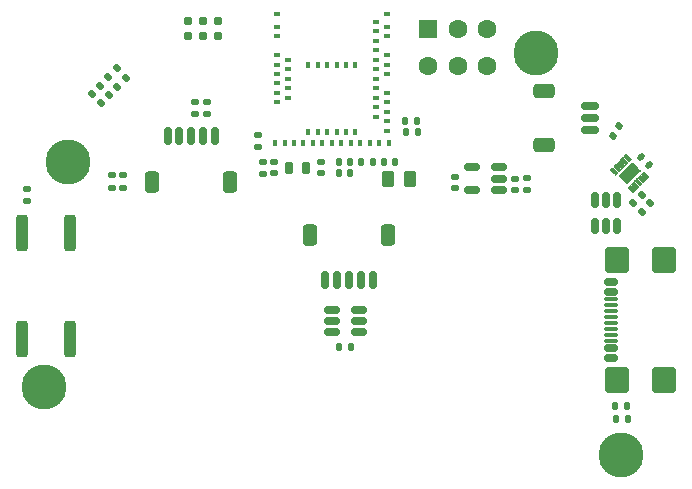
<source format=gbr>
%TF.GenerationSoftware,KiCad,Pcbnew,9.0.1*%
%TF.CreationDate,2025-12-04T23:43:19-05:00*%
%TF.ProjectId,EDDDial,45444444-6961-46c2-9e6b-696361645f70,rev?*%
%TF.SameCoordinates,Original*%
%TF.FileFunction,Soldermask,Top*%
%TF.FilePolarity,Negative*%
%FSLAX46Y46*%
G04 Gerber Fmt 4.6, Leading zero omitted, Abs format (unit mm)*
G04 Created by KiCad (PCBNEW 9.0.1) date 2025-12-04 23:43:19*
%MOMM*%
%LPD*%
G01*
G04 APERTURE LIST*
G04 Aperture macros list*
%AMRoundRect*
0 Rectangle with rounded corners*
0 $1 Rounding radius*
0 $2 $3 $4 $5 $6 $7 $8 $9 X,Y pos of 4 corners*
0 Add a 4 corners polygon primitive as box body*
4,1,4,$2,$3,$4,$5,$6,$7,$8,$9,$2,$3,0*
0 Add four circle primitives for the rounded corners*
1,1,$1+$1,$2,$3*
1,1,$1+$1,$4,$5*
1,1,$1+$1,$6,$7*
1,1,$1+$1,$8,$9*
0 Add four rect primitives between the rounded corners*
20,1,$1+$1,$2,$3,$4,$5,0*
20,1,$1+$1,$4,$5,$6,$7,0*
20,1,$1+$1,$6,$7,$8,$9,0*
20,1,$1+$1,$8,$9,$2,$3,0*%
G04 Aperture macros list end*
%ADD10C,0.010000*%
%ADD11C,3.800000*%
%ADD12C,0.787400*%
%ADD13R,1.600000X1.600000*%
%ADD14C,1.600000*%
%ADD15RoundRect,0.250000X0.250000X-1.300000X0.250000X1.300000X-0.250000X1.300000X-0.250000X-1.300000X0*%
%ADD16RoundRect,0.140000X0.170000X-0.140000X0.170000X0.140000X-0.170000X0.140000X-0.170000X-0.140000X0*%
%ADD17RoundRect,0.150000X0.512500X0.150000X-0.512500X0.150000X-0.512500X-0.150000X0.512500X-0.150000X0*%
%ADD18RoundRect,0.140000X0.077224X-0.206244X0.217224X0.036244X-0.077224X0.206244X-0.217224X-0.036244X0*%
%ADD19RoundRect,0.135000X-0.035355X0.226274X-0.226274X0.035355X0.035355X-0.226274X0.226274X-0.035355X0*%
%ADD20RoundRect,0.140000X0.219203X0.021213X0.021213X0.219203X-0.219203X-0.021213X-0.021213X-0.219203X0*%
%ADD21RoundRect,0.150000X0.150000X-0.512500X0.150000X0.512500X-0.150000X0.512500X-0.150000X-0.512500X0*%
%ADD22RoundRect,0.135000X-0.185000X0.135000X-0.185000X-0.135000X0.185000X-0.135000X0.185000X0.135000X0*%
%ADD23RoundRect,0.250000X-0.350000X-0.650000X0.350000X-0.650000X0.350000X0.650000X-0.350000X0.650000X0*%
%ADD24RoundRect,0.150000X-0.150000X-0.625000X0.150000X-0.625000X0.150000X0.625000X-0.150000X0.625000X0*%
%ADD25RoundRect,0.135000X0.185000X-0.135000X0.185000X0.135000X-0.185000X0.135000X-0.185000X-0.135000X0*%
%ADD26RoundRect,0.135000X0.035355X-0.226274X0.226274X-0.035355X-0.035355X0.226274X-0.226274X0.035355X0*%
%ADD27RoundRect,0.135000X-0.135000X-0.185000X0.135000X-0.185000X0.135000X0.185000X-0.135000X0.185000X0*%
%ADD28RoundRect,0.150000X-0.150000X-0.400000X0.150000X-0.400000X0.150000X0.400000X-0.150000X0.400000X0*%
%ADD29RoundRect,0.140000X-0.170000X0.140000X-0.170000X-0.140000X0.170000X-0.140000X0.170000X0.140000X0*%
%ADD30RoundRect,0.150000X-0.625000X0.150000X-0.625000X-0.150000X0.625000X-0.150000X0.625000X0.150000X0*%
%ADD31RoundRect,0.250000X-0.650000X0.350000X-0.650000X-0.350000X0.650000X-0.350000X0.650000X0.350000X0*%
%ADD32RoundRect,0.150000X0.150000X0.625000X-0.150000X0.625000X-0.150000X-0.625000X0.150000X-0.625000X0*%
%ADD33RoundRect,0.250000X0.350000X0.650000X-0.350000X0.650000X-0.350000X-0.650000X0.350000X-0.650000X0*%
%ADD34RoundRect,0.140000X-0.140000X-0.170000X0.140000X-0.170000X0.140000X0.170000X-0.140000X0.170000X0*%
%ADD35RoundRect,0.147500X0.017678X-0.226274X0.226274X-0.017678X-0.017678X0.226274X-0.226274X0.017678X0*%
%ADD36RoundRect,0.250000X0.262500X0.450000X-0.262500X0.450000X-0.262500X-0.450000X0.262500X-0.450000X0*%
%ADD37RoundRect,0.140000X0.140000X0.170000X-0.140000X0.170000X-0.140000X-0.170000X0.140000X-0.170000X0*%
%ADD38RoundRect,0.150000X0.425000X-0.150000X0.425000X0.150000X-0.425000X0.150000X-0.425000X-0.150000X0*%
%ADD39RoundRect,0.075000X0.500000X-0.075000X0.500000X0.075000X-0.500000X0.075000X-0.500000X-0.075000X0*%
%ADD40RoundRect,0.250000X0.750000X-0.840000X0.750000X0.840000X-0.750000X0.840000X-0.750000X-0.840000X0*%
%ADD41R,0.600000X0.400000*%
%ADD42R,0.400000X0.600000*%
%ADD43RoundRect,0.135000X0.135000X0.185000X-0.135000X0.185000X-0.135000X-0.185000X0.135000X-0.185000X0*%
%ADD44RoundRect,0.150000X-0.512500X-0.150000X0.512500X-0.150000X0.512500X0.150000X-0.512500X0.150000X0*%
G04 APERTURE END LIST*
D10*
%TO.C,U1*%
X127525309Y-113321644D02*
X127528141Y-113321641D01*
X127530967Y-113321644D01*
X127533088Y-113322350D01*
X127535918Y-113322350D01*
X127538037Y-113323056D01*
X127540864Y-113323054D01*
X127543694Y-113324470D01*
X127545816Y-113325179D01*
X127548644Y-113326593D01*
X127550058Y-113328007D01*
X127552887Y-113329421D01*
X127554301Y-113330834D01*
X127557129Y-113332249D01*
X127558544Y-113333663D01*
X127560663Y-113335786D01*
X127914218Y-113689338D01*
X127916339Y-113691460D01*
X127917754Y-113692874D01*
X127919168Y-113695702D01*
X127920585Y-113697117D01*
X127921996Y-113699945D01*
X127923410Y-113701361D01*
X127924825Y-113704188D01*
X127925533Y-113706307D01*
X127926947Y-113709137D01*
X127926948Y-113711963D01*
X127927650Y-113714085D01*
X127927654Y-113716918D01*
X127928360Y-113719037D01*
X127928361Y-113721865D01*
X127928363Y-113724693D01*
X127928362Y-113727522D01*
X127928363Y-113730348D01*
X127927655Y-113732470D01*
X127927653Y-113735300D01*
X127926946Y-113737422D01*
X127926944Y-113740251D01*
X127925532Y-113743078D01*
X127924825Y-113745197D01*
X127923410Y-113748030D01*
X127921996Y-113749441D01*
X127920578Y-113752272D01*
X127919167Y-113753682D01*
X127917755Y-113756515D01*
X127916341Y-113757926D01*
X127914219Y-113760051D01*
X127772797Y-113901470D01*
X127770677Y-113903590D01*
X127769262Y-113905007D01*
X127766431Y-113906417D01*
X127765019Y-113907834D01*
X127762191Y-113909246D01*
X127760776Y-113910663D01*
X127757949Y-113912078D01*
X127755826Y-113912784D01*
X127752999Y-113914199D01*
X127750170Y-113914199D01*
X127748048Y-113914905D01*
X127745217Y-113914905D01*
X127743096Y-113915615D01*
X127740270Y-113915613D01*
X127737442Y-113915613D01*
X127734612Y-113915616D01*
X127731783Y-113915613D01*
X127729663Y-113914906D01*
X127726836Y-113914908D01*
X127724712Y-113914197D01*
X127721885Y-113914198D01*
X127719060Y-113912783D01*
X127716935Y-113912078D01*
X127714106Y-113910662D01*
X127712693Y-113909249D01*
X127709863Y-113907834D01*
X127708453Y-113906420D01*
X127705621Y-113905007D01*
X127704208Y-113903592D01*
X127702088Y-113901471D01*
X127348533Y-113547918D01*
X127346412Y-113545796D01*
X127344998Y-113544382D01*
X127343583Y-113541553D01*
X127342168Y-113540141D01*
X127340754Y-113537311D01*
X127339341Y-113535895D01*
X127337926Y-113533068D01*
X127337218Y-113530946D01*
X127335805Y-113528118D01*
X127335807Y-113525290D01*
X127335097Y-113523169D01*
X127335099Y-113520337D01*
X127334390Y-113518218D01*
X127334394Y-113515392D01*
X127334391Y-113512562D01*
X127334390Y-113509730D01*
X127334392Y-113506906D01*
X127335095Y-113504784D01*
X127335098Y-113501959D01*
X127335805Y-113499834D01*
X127335804Y-113497006D01*
X127337219Y-113494177D01*
X127337925Y-113492058D01*
X127339340Y-113489227D01*
X127340755Y-113487815D01*
X127342169Y-113484985D01*
X127343583Y-113483570D01*
X127345000Y-113480739D01*
X127346412Y-113479327D01*
X127348532Y-113477206D01*
X127489955Y-113335783D01*
X127492078Y-113333663D01*
X127493490Y-113332249D01*
X127496315Y-113330835D01*
X127497734Y-113329419D01*
X127500561Y-113328007D01*
X127501975Y-113326593D01*
X127504805Y-113325180D01*
X127506925Y-113324472D01*
X127509754Y-113323059D01*
X127512582Y-113323057D01*
X127514704Y-113322350D01*
X127517531Y-113322350D01*
X127519650Y-113321644D01*
X127522480Y-113321640D01*
X127525309Y-113321644D01*
G36*
X127525309Y-113321644D02*
G01*
X127528141Y-113321641D01*
X127530967Y-113321644D01*
X127533088Y-113322350D01*
X127535918Y-113322350D01*
X127538037Y-113323056D01*
X127540864Y-113323054D01*
X127543694Y-113324470D01*
X127545816Y-113325179D01*
X127548644Y-113326593D01*
X127550058Y-113328007D01*
X127552887Y-113329421D01*
X127554301Y-113330834D01*
X127557129Y-113332249D01*
X127558544Y-113333663D01*
X127560663Y-113335786D01*
X127914218Y-113689338D01*
X127916339Y-113691460D01*
X127917754Y-113692874D01*
X127919168Y-113695702D01*
X127920585Y-113697117D01*
X127921996Y-113699945D01*
X127923410Y-113701361D01*
X127924825Y-113704188D01*
X127925533Y-113706307D01*
X127926947Y-113709137D01*
X127926948Y-113711963D01*
X127927650Y-113714085D01*
X127927654Y-113716918D01*
X127928360Y-113719037D01*
X127928361Y-113721865D01*
X127928363Y-113724693D01*
X127928362Y-113727522D01*
X127928363Y-113730348D01*
X127927655Y-113732470D01*
X127927653Y-113735300D01*
X127926946Y-113737422D01*
X127926944Y-113740251D01*
X127925532Y-113743078D01*
X127924825Y-113745197D01*
X127923410Y-113748030D01*
X127921996Y-113749441D01*
X127920578Y-113752272D01*
X127919167Y-113753682D01*
X127917755Y-113756515D01*
X127916341Y-113757926D01*
X127914219Y-113760051D01*
X127772797Y-113901470D01*
X127770677Y-113903590D01*
X127769262Y-113905007D01*
X127766431Y-113906417D01*
X127765019Y-113907834D01*
X127762191Y-113909246D01*
X127760776Y-113910663D01*
X127757949Y-113912078D01*
X127755826Y-113912784D01*
X127752999Y-113914199D01*
X127750170Y-113914199D01*
X127748048Y-113914905D01*
X127745217Y-113914905D01*
X127743096Y-113915615D01*
X127740270Y-113915613D01*
X127737442Y-113915613D01*
X127734612Y-113915616D01*
X127731783Y-113915613D01*
X127729663Y-113914906D01*
X127726836Y-113914908D01*
X127724712Y-113914197D01*
X127721885Y-113914198D01*
X127719060Y-113912783D01*
X127716935Y-113912078D01*
X127714106Y-113910662D01*
X127712693Y-113909249D01*
X127709863Y-113907834D01*
X127708453Y-113906420D01*
X127705621Y-113905007D01*
X127704208Y-113903592D01*
X127702088Y-113901471D01*
X127348533Y-113547918D01*
X127346412Y-113545796D01*
X127344998Y-113544382D01*
X127343583Y-113541553D01*
X127342168Y-113540141D01*
X127340754Y-113537311D01*
X127339341Y-113535895D01*
X127337926Y-113533068D01*
X127337218Y-113530946D01*
X127335805Y-113528118D01*
X127335807Y-113525290D01*
X127335097Y-113523169D01*
X127335099Y-113520337D01*
X127334390Y-113518218D01*
X127334394Y-113515392D01*
X127334391Y-113512562D01*
X127334390Y-113509730D01*
X127334392Y-113506906D01*
X127335095Y-113504784D01*
X127335098Y-113501959D01*
X127335805Y-113499834D01*
X127335804Y-113497006D01*
X127337219Y-113494177D01*
X127337925Y-113492058D01*
X127339340Y-113489227D01*
X127340755Y-113487815D01*
X127342169Y-113484985D01*
X127343583Y-113483570D01*
X127345000Y-113480739D01*
X127346412Y-113479327D01*
X127348532Y-113477206D01*
X127489955Y-113335783D01*
X127492078Y-113333663D01*
X127493490Y-113332249D01*
X127496315Y-113330835D01*
X127497734Y-113329419D01*
X127500561Y-113328007D01*
X127501975Y-113326593D01*
X127504805Y-113325180D01*
X127506925Y-113324472D01*
X127509754Y-113323059D01*
X127512582Y-113323057D01*
X127514704Y-113322350D01*
X127517531Y-113322350D01*
X127519650Y-113321644D01*
X127522480Y-113321640D01*
X127525309Y-113321644D01*
G37*
X127250244Y-113605193D02*
X127253074Y-113605193D01*
X127255194Y-113605900D01*
X127258023Y-113605900D01*
X127260852Y-113607314D01*
X127262973Y-113608021D01*
X127265801Y-113609435D01*
X127267216Y-113610850D01*
X127270044Y-113612264D01*
X127271458Y-113613678D01*
X127274284Y-113615094D01*
X127275700Y-113616507D01*
X127277819Y-113618627D01*
X127631376Y-113972181D01*
X127633497Y-113974302D01*
X127634914Y-113975715D01*
X127636326Y-113978543D01*
X127637739Y-113979959D01*
X127639154Y-113982788D01*
X127640568Y-113984202D01*
X127641982Y-113987030D01*
X127642689Y-113989152D01*
X127644105Y-113991976D01*
X127644104Y-113994811D01*
X127644811Y-113996930D01*
X127644807Y-113999756D01*
X127645517Y-114001880D01*
X127645519Y-114004709D01*
X127645518Y-114007536D01*
X127645519Y-114010368D01*
X127645517Y-114013190D01*
X127644810Y-114015315D01*
X127644808Y-114018143D01*
X127644106Y-114020263D01*
X127644104Y-114023093D01*
X127642689Y-114025921D01*
X127641985Y-114028043D01*
X127640568Y-114030871D01*
X127639154Y-114032285D01*
X127637737Y-114035111D01*
X127636325Y-114036528D01*
X127634912Y-114039355D01*
X127633494Y-114040770D01*
X127631377Y-114042888D01*
X127489953Y-114184311D01*
X127487833Y-114186437D01*
X127486416Y-114187846D01*
X127483588Y-114189262D01*
X127482177Y-114190680D01*
X127479350Y-114192091D01*
X127477930Y-114193506D01*
X127475105Y-114194920D01*
X127472983Y-114195628D01*
X127470155Y-114197041D01*
X127467327Y-114197041D01*
X127465205Y-114197748D01*
X127462376Y-114197749D01*
X127460258Y-114198455D01*
X127457427Y-114198455D01*
X127454599Y-114198455D01*
X127451773Y-114198458D01*
X127448942Y-114198455D01*
X127446820Y-114197747D01*
X127443989Y-114197747D01*
X127441869Y-114197043D01*
X127439046Y-114197040D01*
X127436213Y-114195626D01*
X127434093Y-114194919D01*
X127431266Y-114193505D01*
X127429852Y-114192092D01*
X127427021Y-114190678D01*
X127425611Y-114189262D01*
X127422777Y-114187849D01*
X127421366Y-114186431D01*
X127419241Y-114184315D01*
X127065694Y-113830759D01*
X127063570Y-113828637D01*
X127062156Y-113827226D01*
X127060738Y-113824396D01*
X127059326Y-113822982D01*
X127057912Y-113820153D01*
X127056495Y-113818738D01*
X127055084Y-113815910D01*
X127054376Y-113813788D01*
X127052965Y-113810962D01*
X127052964Y-113808131D01*
X127052255Y-113806012D01*
X127052255Y-113803183D01*
X127051547Y-113801061D01*
X127051548Y-113798231D01*
X127051548Y-113795404D01*
X127051550Y-113792578D01*
X127051549Y-113789746D01*
X127052254Y-113787630D01*
X127052255Y-113784798D01*
X127052959Y-113782675D01*
X127052962Y-113779848D01*
X127054376Y-113777019D01*
X127055083Y-113774898D01*
X127056498Y-113772070D01*
X127057915Y-113770655D01*
X127059328Y-113767828D01*
X127060740Y-113766413D01*
X127062153Y-113763587D01*
X127063570Y-113762169D01*
X127065690Y-113760049D01*
X127207114Y-113618629D01*
X127209233Y-113616506D01*
X127210647Y-113615092D01*
X127213475Y-113613678D01*
X127214889Y-113612266D01*
X127217719Y-113610850D01*
X127219132Y-113609435D01*
X127221961Y-113608021D01*
X127224082Y-113607314D01*
X127226911Y-113605899D01*
X127229739Y-113605900D01*
X127231862Y-113605193D01*
X127234688Y-113605192D01*
X127236809Y-113604489D01*
X127239636Y-113604487D01*
X127242468Y-113604485D01*
X127245296Y-113604483D01*
X127248126Y-113604483D01*
X127250244Y-113605193D01*
G36*
X127250244Y-113605193D02*
G01*
X127253074Y-113605193D01*
X127255194Y-113605900D01*
X127258023Y-113605900D01*
X127260852Y-113607314D01*
X127262973Y-113608021D01*
X127265801Y-113609435D01*
X127267216Y-113610850D01*
X127270044Y-113612264D01*
X127271458Y-113613678D01*
X127274284Y-113615094D01*
X127275700Y-113616507D01*
X127277819Y-113618627D01*
X127631376Y-113972181D01*
X127633497Y-113974302D01*
X127634914Y-113975715D01*
X127636326Y-113978543D01*
X127637739Y-113979959D01*
X127639154Y-113982788D01*
X127640568Y-113984202D01*
X127641982Y-113987030D01*
X127642689Y-113989152D01*
X127644105Y-113991976D01*
X127644104Y-113994811D01*
X127644811Y-113996930D01*
X127644807Y-113999756D01*
X127645517Y-114001880D01*
X127645519Y-114004709D01*
X127645518Y-114007536D01*
X127645519Y-114010368D01*
X127645517Y-114013190D01*
X127644810Y-114015315D01*
X127644808Y-114018143D01*
X127644106Y-114020263D01*
X127644104Y-114023093D01*
X127642689Y-114025921D01*
X127641985Y-114028043D01*
X127640568Y-114030871D01*
X127639154Y-114032285D01*
X127637737Y-114035111D01*
X127636325Y-114036528D01*
X127634912Y-114039355D01*
X127633494Y-114040770D01*
X127631377Y-114042888D01*
X127489953Y-114184311D01*
X127487833Y-114186437D01*
X127486416Y-114187846D01*
X127483588Y-114189262D01*
X127482177Y-114190680D01*
X127479350Y-114192091D01*
X127477930Y-114193506D01*
X127475105Y-114194920D01*
X127472983Y-114195628D01*
X127470155Y-114197041D01*
X127467327Y-114197041D01*
X127465205Y-114197748D01*
X127462376Y-114197749D01*
X127460258Y-114198455D01*
X127457427Y-114198455D01*
X127454599Y-114198455D01*
X127451773Y-114198458D01*
X127448942Y-114198455D01*
X127446820Y-114197747D01*
X127443989Y-114197747D01*
X127441869Y-114197043D01*
X127439046Y-114197040D01*
X127436213Y-114195626D01*
X127434093Y-114194919D01*
X127431266Y-114193505D01*
X127429852Y-114192092D01*
X127427021Y-114190678D01*
X127425611Y-114189262D01*
X127422777Y-114187849D01*
X127421366Y-114186431D01*
X127419241Y-114184315D01*
X127065694Y-113830759D01*
X127063570Y-113828637D01*
X127062156Y-113827226D01*
X127060738Y-113824396D01*
X127059326Y-113822982D01*
X127057912Y-113820153D01*
X127056495Y-113818738D01*
X127055084Y-113815910D01*
X127054376Y-113813788D01*
X127052965Y-113810962D01*
X127052964Y-113808131D01*
X127052255Y-113806012D01*
X127052255Y-113803183D01*
X127051547Y-113801061D01*
X127051548Y-113798231D01*
X127051548Y-113795404D01*
X127051550Y-113792578D01*
X127051549Y-113789746D01*
X127052254Y-113787630D01*
X127052255Y-113784798D01*
X127052959Y-113782675D01*
X127052962Y-113779848D01*
X127054376Y-113777019D01*
X127055083Y-113774898D01*
X127056498Y-113772070D01*
X127057915Y-113770655D01*
X127059328Y-113767828D01*
X127060740Y-113766413D01*
X127062153Y-113763587D01*
X127063570Y-113762169D01*
X127065690Y-113760049D01*
X127207114Y-113618629D01*
X127209233Y-113616506D01*
X127210647Y-113615092D01*
X127213475Y-113613678D01*
X127214889Y-113612266D01*
X127217719Y-113610850D01*
X127219132Y-113609435D01*
X127221961Y-113608021D01*
X127224082Y-113607314D01*
X127226911Y-113605899D01*
X127229739Y-113605900D01*
X127231862Y-113605193D01*
X127234688Y-113605192D01*
X127236809Y-113604489D01*
X127239636Y-113604487D01*
X127242468Y-113604485D01*
X127245296Y-113604483D01*
X127248126Y-113604483D01*
X127250244Y-113605193D01*
G37*
X126965281Y-113887328D02*
X126967402Y-113888035D01*
X126970233Y-113888036D01*
X126972353Y-113888740D01*
X126975178Y-113888745D01*
X126978009Y-113890157D01*
X126980131Y-113890867D01*
X126982959Y-113892278D01*
X126984375Y-113893689D01*
X126987201Y-113895106D01*
X126988618Y-113896518D01*
X126991444Y-113897935D01*
X126992857Y-113899347D01*
X126994980Y-113901473D01*
X127348533Y-114255024D01*
X127350654Y-114257145D01*
X127352068Y-114258561D01*
X127353482Y-114261387D01*
X127354897Y-114262802D01*
X127356308Y-114265628D01*
X127357726Y-114267042D01*
X127359139Y-114269873D01*
X127359848Y-114271999D01*
X127361263Y-114274823D01*
X127361263Y-114277651D01*
X127361966Y-114279771D01*
X127361966Y-114282601D01*
X127362676Y-114284721D01*
X127362674Y-114287552D01*
X127362674Y-114290378D01*
X127362675Y-114293208D01*
X127362673Y-114296037D01*
X127361970Y-114298154D01*
X127361967Y-114300989D01*
X127361261Y-114303107D01*
X127361261Y-114305935D01*
X127359845Y-114308762D01*
X127359139Y-114310885D01*
X127357726Y-114313712D01*
X127356309Y-114315129D01*
X127354897Y-114317956D01*
X127353485Y-114319370D01*
X127352071Y-114322199D01*
X127350655Y-114323614D01*
X127348534Y-114325733D01*
X127207110Y-114467154D01*
X127204989Y-114469277D01*
X127203577Y-114470692D01*
X127200750Y-114472103D01*
X127199333Y-114473520D01*
X127196503Y-114474936D01*
X127195093Y-114476345D01*
X127192260Y-114477765D01*
X127190141Y-114478470D01*
X127187315Y-114479881D01*
X127184484Y-114479884D01*
X127182363Y-114480591D01*
X127179538Y-114480592D01*
X127177411Y-114481296D01*
X127174585Y-114481298D01*
X127171756Y-114481298D01*
X127168927Y-114481299D01*
X127166100Y-114481299D01*
X127163982Y-114480591D01*
X127161147Y-114480591D01*
X127159029Y-114479884D01*
X127156200Y-114479886D01*
X127153369Y-114478469D01*
X127151250Y-114477762D01*
X127148425Y-114476349D01*
X127147004Y-114474933D01*
X127144179Y-114473520D01*
X127142765Y-114472103D01*
X127139936Y-114470691D01*
X127138524Y-114469276D01*
X127136401Y-114467156D01*
X126782847Y-114113603D01*
X126780726Y-114111481D01*
X126779312Y-114110067D01*
X126777894Y-114107238D01*
X126776483Y-114105824D01*
X126775069Y-114102998D01*
X126773655Y-114101582D01*
X126772241Y-114098752D01*
X126771534Y-114096632D01*
X126770116Y-114093804D01*
X126770117Y-114090977D01*
X126769412Y-114088856D01*
X126769412Y-114086025D01*
X126768705Y-114083905D01*
X126768706Y-114081073D01*
X126768708Y-114078247D01*
X126768706Y-114075418D01*
X126768706Y-114072592D01*
X126769416Y-114070470D01*
X126769414Y-114067641D01*
X126770119Y-114065519D01*
X126770123Y-114062691D01*
X126771534Y-114059864D01*
X126772241Y-114057741D01*
X126773655Y-114054913D01*
X126775069Y-114053498D01*
X126776483Y-114050670D01*
X126777897Y-114049256D01*
X126779312Y-114046427D01*
X126780728Y-114045013D01*
X126782847Y-114042894D01*
X126924270Y-113901469D01*
X126926390Y-113899349D01*
X126927804Y-113897936D01*
X126930631Y-113896524D01*
X126932047Y-113895106D01*
X126934875Y-113893692D01*
X126936291Y-113892278D01*
X126939118Y-113890864D01*
X126941239Y-113890158D01*
X126944065Y-113888740D01*
X126946896Y-113888742D01*
X126949017Y-113888038D01*
X126951848Y-113888032D01*
X126953969Y-113887328D01*
X126956795Y-113887328D01*
X126959625Y-113887329D01*
X126962451Y-113887327D01*
X126965281Y-113887328D01*
G36*
X126965281Y-113887328D02*
G01*
X126967402Y-113888035D01*
X126970233Y-113888036D01*
X126972353Y-113888740D01*
X126975178Y-113888745D01*
X126978009Y-113890157D01*
X126980131Y-113890867D01*
X126982959Y-113892278D01*
X126984375Y-113893689D01*
X126987201Y-113895106D01*
X126988618Y-113896518D01*
X126991444Y-113897935D01*
X126992857Y-113899347D01*
X126994980Y-113901473D01*
X127348533Y-114255024D01*
X127350654Y-114257145D01*
X127352068Y-114258561D01*
X127353482Y-114261387D01*
X127354897Y-114262802D01*
X127356308Y-114265628D01*
X127357726Y-114267042D01*
X127359139Y-114269873D01*
X127359848Y-114271999D01*
X127361263Y-114274823D01*
X127361263Y-114277651D01*
X127361966Y-114279771D01*
X127361966Y-114282601D01*
X127362676Y-114284721D01*
X127362674Y-114287552D01*
X127362674Y-114290378D01*
X127362675Y-114293208D01*
X127362673Y-114296037D01*
X127361970Y-114298154D01*
X127361967Y-114300989D01*
X127361261Y-114303107D01*
X127361261Y-114305935D01*
X127359845Y-114308762D01*
X127359139Y-114310885D01*
X127357726Y-114313712D01*
X127356309Y-114315129D01*
X127354897Y-114317956D01*
X127353485Y-114319370D01*
X127352071Y-114322199D01*
X127350655Y-114323614D01*
X127348534Y-114325733D01*
X127207110Y-114467154D01*
X127204989Y-114469277D01*
X127203577Y-114470692D01*
X127200750Y-114472103D01*
X127199333Y-114473520D01*
X127196503Y-114474936D01*
X127195093Y-114476345D01*
X127192260Y-114477765D01*
X127190141Y-114478470D01*
X127187315Y-114479881D01*
X127184484Y-114479884D01*
X127182363Y-114480591D01*
X127179538Y-114480592D01*
X127177411Y-114481296D01*
X127174585Y-114481298D01*
X127171756Y-114481298D01*
X127168927Y-114481299D01*
X127166100Y-114481299D01*
X127163982Y-114480591D01*
X127161147Y-114480591D01*
X127159029Y-114479884D01*
X127156200Y-114479886D01*
X127153369Y-114478469D01*
X127151250Y-114477762D01*
X127148425Y-114476349D01*
X127147004Y-114474933D01*
X127144179Y-114473520D01*
X127142765Y-114472103D01*
X127139936Y-114470691D01*
X127138524Y-114469276D01*
X127136401Y-114467156D01*
X126782847Y-114113603D01*
X126780726Y-114111481D01*
X126779312Y-114110067D01*
X126777894Y-114107238D01*
X126776483Y-114105824D01*
X126775069Y-114102998D01*
X126773655Y-114101582D01*
X126772241Y-114098752D01*
X126771534Y-114096632D01*
X126770116Y-114093804D01*
X126770117Y-114090977D01*
X126769412Y-114088856D01*
X126769412Y-114086025D01*
X126768705Y-114083905D01*
X126768706Y-114081073D01*
X126768708Y-114078247D01*
X126768706Y-114075418D01*
X126768706Y-114072592D01*
X126769416Y-114070470D01*
X126769414Y-114067641D01*
X126770119Y-114065519D01*
X126770123Y-114062691D01*
X126771534Y-114059864D01*
X126772241Y-114057741D01*
X126773655Y-114054913D01*
X126775069Y-114053498D01*
X126776483Y-114050670D01*
X126777897Y-114049256D01*
X126779312Y-114046427D01*
X126780728Y-114045013D01*
X126782847Y-114042894D01*
X126924270Y-113901469D01*
X126926390Y-113899349D01*
X126927804Y-113897936D01*
X126930631Y-113896524D01*
X126932047Y-113895106D01*
X126934875Y-113893692D01*
X126936291Y-113892278D01*
X126939118Y-113890864D01*
X126941239Y-113890158D01*
X126944065Y-113888740D01*
X126946896Y-113888742D01*
X126949017Y-113888038D01*
X126951848Y-113888032D01*
X126953969Y-113887328D01*
X126956795Y-113887328D01*
X126959625Y-113887329D01*
X126962451Y-113887327D01*
X126965281Y-113887328D01*
G37*
X126673952Y-114170171D02*
X126676781Y-114170171D01*
X126679613Y-114170172D01*
X126682438Y-114170172D01*
X126684560Y-114170878D01*
X126687389Y-114170878D01*
X126689512Y-114171584D01*
X126692333Y-114171585D01*
X126695168Y-114172999D01*
X126697287Y-114173707D01*
X126700115Y-114175123D01*
X126701530Y-114176535D01*
X126704359Y-114177949D01*
X126705773Y-114179360D01*
X126708603Y-114180778D01*
X126710014Y-114182190D01*
X126712140Y-114184311D01*
X127065689Y-114537867D01*
X127067813Y-114539985D01*
X127069225Y-114541401D01*
X127070640Y-114544230D01*
X127072053Y-114545644D01*
X127073470Y-114548475D01*
X127074882Y-114549889D01*
X127076296Y-114552714D01*
X127077005Y-114554835D01*
X127078417Y-114557669D01*
X127078418Y-114560494D01*
X127079127Y-114562617D01*
X127079124Y-114565440D01*
X127079834Y-114567565D01*
X127079829Y-114570394D01*
X127079832Y-114573222D01*
X127079832Y-114576050D01*
X127079832Y-114578879D01*
X127079129Y-114581000D01*
X127079125Y-114583828D01*
X127078415Y-114585949D01*
X127078418Y-114588778D01*
X127077005Y-114591606D01*
X127076298Y-114593728D01*
X127074879Y-114596556D01*
X127073468Y-114597972D01*
X127072052Y-114600797D01*
X127070641Y-114602211D01*
X127069228Y-114605040D01*
X127067814Y-114606457D01*
X127065692Y-114608580D01*
X126924269Y-114749995D01*
X126922145Y-114752121D01*
X126920733Y-114753534D01*
X126917906Y-114754948D01*
X126916494Y-114756362D01*
X126913663Y-114757777D01*
X126912248Y-114759191D01*
X126909420Y-114760608D01*
X126907298Y-114761312D01*
X126904466Y-114762727D01*
X126901640Y-114762725D01*
X126899520Y-114763431D01*
X126896692Y-114763433D01*
X126894571Y-114764141D01*
X126891743Y-114764140D01*
X126888913Y-114764141D01*
X126886084Y-114764142D01*
X126883257Y-114764140D01*
X126881136Y-114763434D01*
X126878306Y-114763433D01*
X126876186Y-114762726D01*
X126873354Y-114762725D01*
X126870527Y-114761313D01*
X126868407Y-114760605D01*
X126865579Y-114759191D01*
X126864165Y-114757775D01*
X126861336Y-114756362D01*
X126859920Y-114754948D01*
X126857094Y-114753534D01*
X126855679Y-114752120D01*
X126853558Y-114749999D01*
X126500008Y-114396447D01*
X126497883Y-114394324D01*
X126496470Y-114392907D01*
X126495054Y-114390079D01*
X126493641Y-114388667D01*
X126492226Y-114385839D01*
X126490815Y-114384426D01*
X126489398Y-114381596D01*
X126488691Y-114379475D01*
X126487277Y-114376646D01*
X126487276Y-114373816D01*
X126486570Y-114371697D01*
X126486571Y-114368867D01*
X126485864Y-114366747D01*
X126485861Y-114363917D01*
X126485862Y-114361091D01*
X126485862Y-114358262D01*
X126485866Y-114355432D01*
X126486570Y-114353311D01*
X126486570Y-114350485D01*
X126487277Y-114348362D01*
X126487275Y-114345535D01*
X126488691Y-114342705D01*
X126489398Y-114340584D01*
X126490812Y-114337755D01*
X126492225Y-114336342D01*
X126493641Y-114333513D01*
X126495055Y-114332098D01*
X126496469Y-114329270D01*
X126497882Y-114327859D01*
X126500004Y-114325735D01*
X126641428Y-114184315D01*
X126643546Y-114182190D01*
X126644961Y-114180775D01*
X126647790Y-114179363D01*
X126649206Y-114177952D01*
X126652031Y-114176535D01*
X126653447Y-114175121D01*
X126656275Y-114173706D01*
X126658394Y-114172999D01*
X126661225Y-114171585D01*
X126664056Y-114171586D01*
X126666175Y-114170878D01*
X126669007Y-114170877D01*
X126671125Y-114170170D01*
X126673952Y-114170171D01*
G36*
X126673952Y-114170171D02*
G01*
X126676781Y-114170171D01*
X126679613Y-114170172D01*
X126682438Y-114170172D01*
X126684560Y-114170878D01*
X126687389Y-114170878D01*
X126689512Y-114171584D01*
X126692333Y-114171585D01*
X126695168Y-114172999D01*
X126697287Y-114173707D01*
X126700115Y-114175123D01*
X126701530Y-114176535D01*
X126704359Y-114177949D01*
X126705773Y-114179360D01*
X126708603Y-114180778D01*
X126710014Y-114182190D01*
X126712140Y-114184311D01*
X127065689Y-114537867D01*
X127067813Y-114539985D01*
X127069225Y-114541401D01*
X127070640Y-114544230D01*
X127072053Y-114545644D01*
X127073470Y-114548475D01*
X127074882Y-114549889D01*
X127076296Y-114552714D01*
X127077005Y-114554835D01*
X127078417Y-114557669D01*
X127078418Y-114560494D01*
X127079127Y-114562617D01*
X127079124Y-114565440D01*
X127079834Y-114567565D01*
X127079829Y-114570394D01*
X127079832Y-114573222D01*
X127079832Y-114576050D01*
X127079832Y-114578879D01*
X127079129Y-114581000D01*
X127079125Y-114583828D01*
X127078415Y-114585949D01*
X127078418Y-114588778D01*
X127077005Y-114591606D01*
X127076298Y-114593728D01*
X127074879Y-114596556D01*
X127073468Y-114597972D01*
X127072052Y-114600797D01*
X127070641Y-114602211D01*
X127069228Y-114605040D01*
X127067814Y-114606457D01*
X127065692Y-114608580D01*
X126924269Y-114749995D01*
X126922145Y-114752121D01*
X126920733Y-114753534D01*
X126917906Y-114754948D01*
X126916494Y-114756362D01*
X126913663Y-114757777D01*
X126912248Y-114759191D01*
X126909420Y-114760608D01*
X126907298Y-114761312D01*
X126904466Y-114762727D01*
X126901640Y-114762725D01*
X126899520Y-114763431D01*
X126896692Y-114763433D01*
X126894571Y-114764141D01*
X126891743Y-114764140D01*
X126888913Y-114764141D01*
X126886084Y-114764142D01*
X126883257Y-114764140D01*
X126881136Y-114763434D01*
X126878306Y-114763433D01*
X126876186Y-114762726D01*
X126873354Y-114762725D01*
X126870527Y-114761313D01*
X126868407Y-114760605D01*
X126865579Y-114759191D01*
X126864165Y-114757775D01*
X126861336Y-114756362D01*
X126859920Y-114754948D01*
X126857094Y-114753534D01*
X126855679Y-114752120D01*
X126853558Y-114749999D01*
X126500008Y-114396447D01*
X126497883Y-114394324D01*
X126496470Y-114392907D01*
X126495054Y-114390079D01*
X126493641Y-114388667D01*
X126492226Y-114385839D01*
X126490815Y-114384426D01*
X126489398Y-114381596D01*
X126488691Y-114379475D01*
X126487277Y-114376646D01*
X126487276Y-114373816D01*
X126486570Y-114371697D01*
X126486571Y-114368867D01*
X126485864Y-114366747D01*
X126485861Y-114363917D01*
X126485862Y-114361091D01*
X126485862Y-114358262D01*
X126485866Y-114355432D01*
X126486570Y-114353311D01*
X126486570Y-114350485D01*
X126487277Y-114348362D01*
X126487275Y-114345535D01*
X126488691Y-114342705D01*
X126489398Y-114340584D01*
X126490812Y-114337755D01*
X126492225Y-114336342D01*
X126493641Y-114333513D01*
X126495055Y-114332098D01*
X126496469Y-114329270D01*
X126497882Y-114327859D01*
X126500004Y-114325735D01*
X126641428Y-114184315D01*
X126643546Y-114182190D01*
X126644961Y-114180775D01*
X126647790Y-114179363D01*
X126649206Y-114177952D01*
X126652031Y-114176535D01*
X126653447Y-114175121D01*
X126656275Y-114173706D01*
X126658394Y-114172999D01*
X126661225Y-114171585D01*
X126664056Y-114171586D01*
X126666175Y-114170878D01*
X126669007Y-114170877D01*
X126671125Y-114170170D01*
X126673952Y-114170171D01*
G37*
X126399596Y-114453014D02*
X126401715Y-114453720D01*
X126404544Y-114453721D01*
X126406667Y-114454428D01*
X126409495Y-114454428D01*
X126412320Y-114455844D01*
X126414445Y-114456549D01*
X126417272Y-114457964D01*
X126418687Y-114459377D01*
X126421517Y-114460794D01*
X126422930Y-114462206D01*
X126425758Y-114463619D01*
X126427169Y-114465031D01*
X126429292Y-114467157D01*
X126782848Y-114820711D01*
X126784968Y-114822831D01*
X126786384Y-114824244D01*
X126787799Y-114827074D01*
X126789213Y-114828487D01*
X126790626Y-114831316D01*
X126792038Y-114832730D01*
X126793453Y-114835555D01*
X126794160Y-114837683D01*
X126795572Y-114840509D01*
X126795574Y-114843335D01*
X126796282Y-114845458D01*
X126796280Y-114848284D01*
X126796987Y-114850407D01*
X126796987Y-114853235D01*
X126796989Y-114856065D01*
X126796990Y-114858893D01*
X126796991Y-114861719D01*
X126796282Y-114863843D01*
X126796281Y-114866673D01*
X126795575Y-114868792D01*
X126795575Y-114871621D01*
X126794161Y-114874449D01*
X126793455Y-114876568D01*
X126792040Y-114879399D01*
X126790626Y-114880815D01*
X126789211Y-114883642D01*
X126787794Y-114885055D01*
X126786383Y-114887882D01*
X126784972Y-114889300D01*
X126782848Y-114891419D01*
X126641424Y-115032839D01*
X126639305Y-115034962D01*
X126637888Y-115036376D01*
X126635059Y-115037791D01*
X126633646Y-115039202D01*
X126630821Y-115040619D01*
X126629403Y-115042033D01*
X126626575Y-115043448D01*
X126624455Y-115044155D01*
X126621626Y-115045569D01*
X126618799Y-115045569D01*
X126616679Y-115046277D01*
X126613850Y-115046277D01*
X126611728Y-115046982D01*
X126608898Y-115046984D01*
X126606071Y-115046983D01*
X126603242Y-115046984D01*
X126600414Y-115046983D01*
X126598292Y-115046280D01*
X126595463Y-115046280D01*
X126593340Y-115045571D01*
X126590515Y-115045571D01*
X126587687Y-115044157D01*
X126585565Y-115043448D01*
X126582736Y-115042034D01*
X126581322Y-115040619D01*
X126578497Y-115039205D01*
X126577077Y-115037788D01*
X126574248Y-115036375D01*
X126572840Y-115034962D01*
X126570714Y-115032840D01*
X126217162Y-114679288D01*
X126215041Y-114677166D01*
X126213628Y-114675755D01*
X126212213Y-114672925D01*
X126210798Y-114671510D01*
X126209384Y-114668681D01*
X126207970Y-114667267D01*
X126206558Y-114664441D01*
X126205848Y-114662317D01*
X126204433Y-114659489D01*
X126204434Y-114656662D01*
X126203727Y-114654539D01*
X126203727Y-114651711D01*
X126203021Y-114649590D01*
X126203021Y-114646762D01*
X126203019Y-114643930D01*
X126203020Y-114641106D01*
X126203019Y-114638274D01*
X126203728Y-114636155D01*
X126203726Y-114633326D01*
X126204434Y-114631205D01*
X126204434Y-114628376D01*
X126205849Y-114625548D01*
X126206556Y-114623429D01*
X126207970Y-114620598D01*
X126209384Y-114619184D01*
X126210798Y-114616355D01*
X126212212Y-114614938D01*
X126213627Y-114612115D01*
X126215041Y-114610694D01*
X126217161Y-114608578D01*
X126358581Y-114467155D01*
X126360706Y-114465035D01*
X126362120Y-114463618D01*
X126364948Y-114462207D01*
X126366362Y-114460792D01*
X126369189Y-114459377D01*
X126370605Y-114457963D01*
X126373432Y-114456549D01*
X126375554Y-114455842D01*
X126378382Y-114454428D01*
X126381209Y-114454430D01*
X126383331Y-114453720D01*
X126386160Y-114453720D01*
X126388283Y-114453013D01*
X126391111Y-114453014D01*
X126393939Y-114453012D01*
X126396768Y-114453010D01*
X126399596Y-114453014D01*
G36*
X126399596Y-114453014D02*
G01*
X126401715Y-114453720D01*
X126404544Y-114453721D01*
X126406667Y-114454428D01*
X126409495Y-114454428D01*
X126412320Y-114455844D01*
X126414445Y-114456549D01*
X126417272Y-114457964D01*
X126418687Y-114459377D01*
X126421517Y-114460794D01*
X126422930Y-114462206D01*
X126425758Y-114463619D01*
X126427169Y-114465031D01*
X126429292Y-114467157D01*
X126782848Y-114820711D01*
X126784968Y-114822831D01*
X126786384Y-114824244D01*
X126787799Y-114827074D01*
X126789213Y-114828487D01*
X126790626Y-114831316D01*
X126792038Y-114832730D01*
X126793453Y-114835555D01*
X126794160Y-114837683D01*
X126795572Y-114840509D01*
X126795574Y-114843335D01*
X126796282Y-114845458D01*
X126796280Y-114848284D01*
X126796987Y-114850407D01*
X126796987Y-114853235D01*
X126796989Y-114856065D01*
X126796990Y-114858893D01*
X126796991Y-114861719D01*
X126796282Y-114863843D01*
X126796281Y-114866673D01*
X126795575Y-114868792D01*
X126795575Y-114871621D01*
X126794161Y-114874449D01*
X126793455Y-114876568D01*
X126792040Y-114879399D01*
X126790626Y-114880815D01*
X126789211Y-114883642D01*
X126787794Y-114885055D01*
X126786383Y-114887882D01*
X126784972Y-114889300D01*
X126782848Y-114891419D01*
X126641424Y-115032839D01*
X126639305Y-115034962D01*
X126637888Y-115036376D01*
X126635059Y-115037791D01*
X126633646Y-115039202D01*
X126630821Y-115040619D01*
X126629403Y-115042033D01*
X126626575Y-115043448D01*
X126624455Y-115044155D01*
X126621626Y-115045569D01*
X126618799Y-115045569D01*
X126616679Y-115046277D01*
X126613850Y-115046277D01*
X126611728Y-115046982D01*
X126608898Y-115046984D01*
X126606071Y-115046983D01*
X126603242Y-115046984D01*
X126600414Y-115046983D01*
X126598292Y-115046280D01*
X126595463Y-115046280D01*
X126593340Y-115045571D01*
X126590515Y-115045571D01*
X126587687Y-115044157D01*
X126585565Y-115043448D01*
X126582736Y-115042034D01*
X126581322Y-115040619D01*
X126578497Y-115039205D01*
X126577077Y-115037788D01*
X126574248Y-115036375D01*
X126572840Y-115034962D01*
X126570714Y-115032840D01*
X126217162Y-114679288D01*
X126215041Y-114677166D01*
X126213628Y-114675755D01*
X126212213Y-114672925D01*
X126210798Y-114671510D01*
X126209384Y-114668681D01*
X126207970Y-114667267D01*
X126206558Y-114664441D01*
X126205848Y-114662317D01*
X126204433Y-114659489D01*
X126204434Y-114656662D01*
X126203727Y-114654539D01*
X126203727Y-114651711D01*
X126203021Y-114649590D01*
X126203021Y-114646762D01*
X126203019Y-114643930D01*
X126203020Y-114641106D01*
X126203019Y-114638274D01*
X126203728Y-114636155D01*
X126203726Y-114633326D01*
X126204434Y-114631205D01*
X126204434Y-114628376D01*
X126205849Y-114625548D01*
X126206556Y-114623429D01*
X126207970Y-114620598D01*
X126209384Y-114619184D01*
X126210798Y-114616355D01*
X126212212Y-114614938D01*
X126213627Y-114612115D01*
X126215041Y-114610694D01*
X126217161Y-114608578D01*
X126358581Y-114467155D01*
X126360706Y-114465035D01*
X126362120Y-114463618D01*
X126364948Y-114462207D01*
X126366362Y-114460792D01*
X126369189Y-114459377D01*
X126370605Y-114457963D01*
X126373432Y-114456549D01*
X126375554Y-114455842D01*
X126378382Y-114454428D01*
X126381209Y-114454430D01*
X126383331Y-114453720D01*
X126386160Y-114453720D01*
X126388283Y-114453013D01*
X126391111Y-114453014D01*
X126393939Y-114453012D01*
X126396768Y-114453010D01*
X126399596Y-114453014D01*
G37*
X126046042Y-111836719D02*
X126048164Y-111837422D01*
X126050993Y-111837422D01*
X126053116Y-111838131D01*
X126055941Y-111838131D01*
X126058769Y-111839545D01*
X126060891Y-111840254D01*
X126063720Y-111841668D01*
X126065134Y-111843083D01*
X126067959Y-111844497D01*
X126069379Y-111845914D01*
X126072208Y-111847327D01*
X126073616Y-111848740D01*
X126075742Y-111850862D01*
X126429294Y-112204414D01*
X126431415Y-112206536D01*
X126432828Y-112207947D01*
X126434243Y-112210777D01*
X126435658Y-112212192D01*
X126437072Y-112215021D01*
X126438486Y-112216435D01*
X126439898Y-112219261D01*
X126440608Y-112221385D01*
X126442023Y-112224213D01*
X126442022Y-112227040D01*
X126442729Y-112229163D01*
X126442729Y-112231991D01*
X126443435Y-112234112D01*
X126443435Y-112236940D01*
X126443437Y-112239772D01*
X126443436Y-112242596D01*
X126443437Y-112245428D01*
X126442728Y-112247547D01*
X126442730Y-112250376D01*
X126442022Y-112252497D01*
X126442022Y-112255326D01*
X126440607Y-112258154D01*
X126439900Y-112260273D01*
X126438486Y-112263104D01*
X126437072Y-112264518D01*
X126435658Y-112267347D01*
X126434244Y-112268764D01*
X126432829Y-112271587D01*
X126431415Y-112273008D01*
X126429295Y-112275124D01*
X126287875Y-112416547D01*
X126285750Y-112418667D01*
X126284336Y-112420084D01*
X126281508Y-112421495D01*
X126280094Y-112422910D01*
X126277267Y-112424325D01*
X126275851Y-112425739D01*
X126273024Y-112427153D01*
X126270902Y-112427860D01*
X126268074Y-112429274D01*
X126265247Y-112429272D01*
X126263125Y-112429982D01*
X126260296Y-112429982D01*
X126258173Y-112430689D01*
X126255345Y-112430688D01*
X126252517Y-112430690D01*
X126249688Y-112430692D01*
X126246860Y-112430688D01*
X126244741Y-112429982D01*
X126241912Y-112429981D01*
X126239789Y-112429274D01*
X126236961Y-112429274D01*
X126234136Y-112427858D01*
X126232011Y-112427153D01*
X126229184Y-112425738D01*
X126227769Y-112424325D01*
X126224939Y-112422908D01*
X126223526Y-112421496D01*
X126220698Y-112420083D01*
X126219287Y-112418671D01*
X126217164Y-112416545D01*
X125863608Y-112062991D01*
X125861488Y-112060871D01*
X125860072Y-112059458D01*
X125858657Y-112056628D01*
X125857243Y-112055215D01*
X125855830Y-112052386D01*
X125854418Y-112050972D01*
X125853003Y-112048147D01*
X125852296Y-112046019D01*
X125850884Y-112043193D01*
X125850882Y-112040367D01*
X125850174Y-112038244D01*
X125850176Y-112035418D01*
X125849469Y-112033295D01*
X125849469Y-112030467D01*
X125849467Y-112027637D01*
X125849466Y-112024809D01*
X125849465Y-112021983D01*
X125850174Y-112019859D01*
X125850175Y-112017029D01*
X125850881Y-112014910D01*
X125850881Y-112012081D01*
X125852295Y-112009253D01*
X125853001Y-112007134D01*
X125854416Y-112004303D01*
X125855830Y-112002887D01*
X125857245Y-112000060D01*
X125858662Y-111998647D01*
X125860073Y-111995820D01*
X125861484Y-111994402D01*
X125863608Y-111992283D01*
X126005032Y-111850863D01*
X126007151Y-111848740D01*
X126008568Y-111847326D01*
X126011397Y-111845911D01*
X126012810Y-111844500D01*
X126015635Y-111843083D01*
X126017053Y-111841669D01*
X126019881Y-111840254D01*
X126022001Y-111839547D01*
X126024830Y-111838133D01*
X126027657Y-111838133D01*
X126029777Y-111837425D01*
X126032606Y-111837425D01*
X126034728Y-111836720D01*
X126037558Y-111836718D01*
X126040385Y-111836719D01*
X126043214Y-111836718D01*
X126046042Y-111836719D01*
G36*
X126046042Y-111836719D02*
G01*
X126048164Y-111837422D01*
X126050993Y-111837422D01*
X126053116Y-111838131D01*
X126055941Y-111838131D01*
X126058769Y-111839545D01*
X126060891Y-111840254D01*
X126063720Y-111841668D01*
X126065134Y-111843083D01*
X126067959Y-111844497D01*
X126069379Y-111845914D01*
X126072208Y-111847327D01*
X126073616Y-111848740D01*
X126075742Y-111850862D01*
X126429294Y-112204414D01*
X126431415Y-112206536D01*
X126432828Y-112207947D01*
X126434243Y-112210777D01*
X126435658Y-112212192D01*
X126437072Y-112215021D01*
X126438486Y-112216435D01*
X126439898Y-112219261D01*
X126440608Y-112221385D01*
X126442023Y-112224213D01*
X126442022Y-112227040D01*
X126442729Y-112229163D01*
X126442729Y-112231991D01*
X126443435Y-112234112D01*
X126443435Y-112236940D01*
X126443437Y-112239772D01*
X126443436Y-112242596D01*
X126443437Y-112245428D01*
X126442728Y-112247547D01*
X126442730Y-112250376D01*
X126442022Y-112252497D01*
X126442022Y-112255326D01*
X126440607Y-112258154D01*
X126439900Y-112260273D01*
X126438486Y-112263104D01*
X126437072Y-112264518D01*
X126435658Y-112267347D01*
X126434244Y-112268764D01*
X126432829Y-112271587D01*
X126431415Y-112273008D01*
X126429295Y-112275124D01*
X126287875Y-112416547D01*
X126285750Y-112418667D01*
X126284336Y-112420084D01*
X126281508Y-112421495D01*
X126280094Y-112422910D01*
X126277267Y-112424325D01*
X126275851Y-112425739D01*
X126273024Y-112427153D01*
X126270902Y-112427860D01*
X126268074Y-112429274D01*
X126265247Y-112429272D01*
X126263125Y-112429982D01*
X126260296Y-112429982D01*
X126258173Y-112430689D01*
X126255345Y-112430688D01*
X126252517Y-112430690D01*
X126249688Y-112430692D01*
X126246860Y-112430688D01*
X126244741Y-112429982D01*
X126241912Y-112429981D01*
X126239789Y-112429274D01*
X126236961Y-112429274D01*
X126234136Y-112427858D01*
X126232011Y-112427153D01*
X126229184Y-112425738D01*
X126227769Y-112424325D01*
X126224939Y-112422908D01*
X126223526Y-112421496D01*
X126220698Y-112420083D01*
X126219287Y-112418671D01*
X126217164Y-112416545D01*
X125863608Y-112062991D01*
X125861488Y-112060871D01*
X125860072Y-112059458D01*
X125858657Y-112056628D01*
X125857243Y-112055215D01*
X125855830Y-112052386D01*
X125854418Y-112050972D01*
X125853003Y-112048147D01*
X125852296Y-112046019D01*
X125850884Y-112043193D01*
X125850882Y-112040367D01*
X125850174Y-112038244D01*
X125850176Y-112035418D01*
X125849469Y-112033295D01*
X125849469Y-112030467D01*
X125849467Y-112027637D01*
X125849466Y-112024809D01*
X125849465Y-112021983D01*
X125850174Y-112019859D01*
X125850175Y-112017029D01*
X125850881Y-112014910D01*
X125850881Y-112012081D01*
X125852295Y-112009253D01*
X125853001Y-112007134D01*
X125854416Y-112004303D01*
X125855830Y-112002887D01*
X125857245Y-112000060D01*
X125858662Y-111998647D01*
X125860073Y-111995820D01*
X125861484Y-111994402D01*
X125863608Y-111992283D01*
X126005032Y-111850863D01*
X126007151Y-111848740D01*
X126008568Y-111847326D01*
X126011397Y-111845911D01*
X126012810Y-111844500D01*
X126015635Y-111843083D01*
X126017053Y-111841669D01*
X126019881Y-111840254D01*
X126022001Y-111839547D01*
X126024830Y-111838133D01*
X126027657Y-111838133D01*
X126029777Y-111837425D01*
X126032606Y-111837425D01*
X126034728Y-111836720D01*
X126037558Y-111836718D01*
X126040385Y-111836719D01*
X126043214Y-111836718D01*
X126046042Y-111836719D01*
G37*
X125763199Y-112119562D02*
X125765320Y-112120268D01*
X125768150Y-112120269D01*
X125770270Y-112120976D01*
X125773102Y-112120977D01*
X125775929Y-112122389D01*
X125778049Y-112123097D01*
X125780877Y-112124511D01*
X125782291Y-112125927D01*
X125785120Y-112127340D01*
X125786536Y-112128754D01*
X125789362Y-112130168D01*
X125790777Y-112131582D01*
X125792898Y-112133703D01*
X126146448Y-112487255D01*
X126148573Y-112489378D01*
X126149986Y-112490795D01*
X126151402Y-112493623D01*
X126152815Y-112495035D01*
X126154230Y-112497863D01*
X126155641Y-112499276D01*
X126157058Y-112502106D01*
X126157765Y-112504227D01*
X126159179Y-112507056D01*
X126159180Y-112509886D01*
X126159886Y-112512005D01*
X126159885Y-112514835D01*
X126160592Y-112516955D01*
X126160595Y-112519785D01*
X126160594Y-112522611D01*
X126160594Y-112525440D01*
X126160590Y-112528270D01*
X126159886Y-112530391D01*
X126159886Y-112533217D01*
X126159179Y-112535340D01*
X126159181Y-112538167D01*
X126157765Y-112540997D01*
X126157058Y-112543118D01*
X126155644Y-112545947D01*
X126154231Y-112547360D01*
X126152815Y-112550189D01*
X126151401Y-112551604D01*
X126149987Y-112554432D01*
X126148574Y-112555843D01*
X126146452Y-112557967D01*
X126005028Y-112699387D01*
X126002910Y-112701512D01*
X126001495Y-112702927D01*
X125998666Y-112704339D01*
X125997250Y-112705750D01*
X125994425Y-112707167D01*
X125993009Y-112708581D01*
X125990181Y-112709996D01*
X125988062Y-112710703D01*
X125985231Y-112712117D01*
X125982400Y-112712116D01*
X125980281Y-112712824D01*
X125977449Y-112712825D01*
X125975331Y-112713532D01*
X125972504Y-112713531D01*
X125969675Y-112713531D01*
X125966843Y-112713530D01*
X125964018Y-112713530D01*
X125961896Y-112712824D01*
X125959067Y-112712824D01*
X125956944Y-112712118D01*
X125954123Y-112712117D01*
X125951288Y-112710703D01*
X125949169Y-112709995D01*
X125946341Y-112708579D01*
X125944926Y-112707167D01*
X125942097Y-112705753D01*
X125940683Y-112704342D01*
X125937853Y-112702924D01*
X125936442Y-112701512D01*
X125934316Y-112699391D01*
X125580767Y-112345835D01*
X125578643Y-112343717D01*
X125577231Y-112342301D01*
X125575816Y-112339472D01*
X125574403Y-112338058D01*
X125572986Y-112335227D01*
X125571574Y-112333813D01*
X125570160Y-112330988D01*
X125569451Y-112328867D01*
X125568039Y-112326033D01*
X125568038Y-112323208D01*
X125567329Y-112321085D01*
X125567332Y-112318262D01*
X125566622Y-112316137D01*
X125566627Y-112313308D01*
X125566624Y-112310480D01*
X125566624Y-112307652D01*
X125566624Y-112304823D01*
X125567327Y-112302702D01*
X125567331Y-112299874D01*
X125568041Y-112297753D01*
X125568038Y-112294924D01*
X125569451Y-112292096D01*
X125570158Y-112289974D01*
X125571577Y-112287146D01*
X125572988Y-112285730D01*
X125574404Y-112282905D01*
X125575815Y-112281491D01*
X125577228Y-112278662D01*
X125578642Y-112277245D01*
X125580764Y-112275122D01*
X125722187Y-112133707D01*
X125724311Y-112131581D01*
X125725723Y-112130168D01*
X125728550Y-112128754D01*
X125729962Y-112127340D01*
X125732793Y-112125925D01*
X125734208Y-112124511D01*
X125737036Y-112123094D01*
X125739158Y-112122390D01*
X125741990Y-112120975D01*
X125744816Y-112120977D01*
X125746936Y-112120271D01*
X125749764Y-112120269D01*
X125751885Y-112119561D01*
X125754713Y-112119562D01*
X125757543Y-112119561D01*
X125760372Y-112119560D01*
X125763199Y-112119562D01*
G36*
X125763199Y-112119562D02*
G01*
X125765320Y-112120268D01*
X125768150Y-112120269D01*
X125770270Y-112120976D01*
X125773102Y-112120977D01*
X125775929Y-112122389D01*
X125778049Y-112123097D01*
X125780877Y-112124511D01*
X125782291Y-112125927D01*
X125785120Y-112127340D01*
X125786536Y-112128754D01*
X125789362Y-112130168D01*
X125790777Y-112131582D01*
X125792898Y-112133703D01*
X126146448Y-112487255D01*
X126148573Y-112489378D01*
X126149986Y-112490795D01*
X126151402Y-112493623D01*
X126152815Y-112495035D01*
X126154230Y-112497863D01*
X126155641Y-112499276D01*
X126157058Y-112502106D01*
X126157765Y-112504227D01*
X126159179Y-112507056D01*
X126159180Y-112509886D01*
X126159886Y-112512005D01*
X126159885Y-112514835D01*
X126160592Y-112516955D01*
X126160595Y-112519785D01*
X126160594Y-112522611D01*
X126160594Y-112525440D01*
X126160590Y-112528270D01*
X126159886Y-112530391D01*
X126159886Y-112533217D01*
X126159179Y-112535340D01*
X126159181Y-112538167D01*
X126157765Y-112540997D01*
X126157058Y-112543118D01*
X126155644Y-112545947D01*
X126154231Y-112547360D01*
X126152815Y-112550189D01*
X126151401Y-112551604D01*
X126149987Y-112554432D01*
X126148574Y-112555843D01*
X126146452Y-112557967D01*
X126005028Y-112699387D01*
X126002910Y-112701512D01*
X126001495Y-112702927D01*
X125998666Y-112704339D01*
X125997250Y-112705750D01*
X125994425Y-112707167D01*
X125993009Y-112708581D01*
X125990181Y-112709996D01*
X125988062Y-112710703D01*
X125985231Y-112712117D01*
X125982400Y-112712116D01*
X125980281Y-112712824D01*
X125977449Y-112712825D01*
X125975331Y-112713532D01*
X125972504Y-112713531D01*
X125969675Y-112713531D01*
X125966843Y-112713530D01*
X125964018Y-112713530D01*
X125961896Y-112712824D01*
X125959067Y-112712824D01*
X125956944Y-112712118D01*
X125954123Y-112712117D01*
X125951288Y-112710703D01*
X125949169Y-112709995D01*
X125946341Y-112708579D01*
X125944926Y-112707167D01*
X125942097Y-112705753D01*
X125940683Y-112704342D01*
X125937853Y-112702924D01*
X125936442Y-112701512D01*
X125934316Y-112699391D01*
X125580767Y-112345835D01*
X125578643Y-112343717D01*
X125577231Y-112342301D01*
X125575816Y-112339472D01*
X125574403Y-112338058D01*
X125572986Y-112335227D01*
X125571574Y-112333813D01*
X125570160Y-112330988D01*
X125569451Y-112328867D01*
X125568039Y-112326033D01*
X125568038Y-112323208D01*
X125567329Y-112321085D01*
X125567332Y-112318262D01*
X125566622Y-112316137D01*
X125566627Y-112313308D01*
X125566624Y-112310480D01*
X125566624Y-112307652D01*
X125566624Y-112304823D01*
X125567327Y-112302702D01*
X125567331Y-112299874D01*
X125568041Y-112297753D01*
X125568038Y-112294924D01*
X125569451Y-112292096D01*
X125570158Y-112289974D01*
X125571577Y-112287146D01*
X125572988Y-112285730D01*
X125574404Y-112282905D01*
X125575815Y-112281491D01*
X125577228Y-112278662D01*
X125578642Y-112277245D01*
X125580764Y-112275122D01*
X125722187Y-112133707D01*
X125724311Y-112131581D01*
X125725723Y-112130168D01*
X125728550Y-112128754D01*
X125729962Y-112127340D01*
X125732793Y-112125925D01*
X125734208Y-112124511D01*
X125737036Y-112123094D01*
X125739158Y-112122390D01*
X125741990Y-112120975D01*
X125744816Y-112120977D01*
X125746936Y-112120271D01*
X125749764Y-112120269D01*
X125751885Y-112119561D01*
X125754713Y-112119562D01*
X125757543Y-112119561D01*
X125760372Y-112119560D01*
X125763199Y-112119562D01*
G37*
X126540309Y-112564331D02*
X126545964Y-112564329D01*
X126550916Y-112565036D01*
X126556575Y-112566450D01*
X126561523Y-112567160D01*
X126566472Y-112569281D01*
X126570717Y-112570697D01*
X126575665Y-112572817D01*
X126580615Y-112574938D01*
X126585563Y-112577062D01*
X126589807Y-112579890D01*
X126594049Y-112582716D01*
X126598291Y-112586957D01*
X126602535Y-112589790D01*
X126606072Y-112593321D01*
X127171758Y-113159008D01*
X127175291Y-113162546D01*
X127178122Y-113166788D01*
X127182363Y-113171031D01*
X127185189Y-113175270D01*
X127188021Y-113179512D01*
X127190141Y-113184464D01*
X127192262Y-113189414D01*
X127194383Y-113194363D01*
X127195797Y-113198606D01*
X127197919Y-113203556D01*
X127198628Y-113208503D01*
X127200038Y-113214161D01*
X127200748Y-113219112D01*
X127200747Y-113224769D01*
X127201454Y-113229720D01*
X127200745Y-113234668D01*
X127200748Y-113240325D01*
X127200043Y-113245275D01*
X127198628Y-113250936D01*
X127197921Y-113255884D01*
X127195798Y-113260832D01*
X127194383Y-113265076D01*
X127192266Y-113270024D01*
X127190139Y-113274974D01*
X127188015Y-113279925D01*
X127185191Y-113284168D01*
X127182362Y-113288410D01*
X127178117Y-113292653D01*
X127175291Y-113296891D01*
X127171757Y-113300433D01*
X126181807Y-114290379D01*
X126178269Y-114293911D01*
X126174030Y-114296743D01*
X126169788Y-114300985D01*
X126165547Y-114303815D01*
X126161298Y-114306642D01*
X126156351Y-114308762D01*
X126151399Y-114310882D01*
X126146451Y-114313006D01*
X126142208Y-114314419D01*
X126137257Y-114316539D01*
X126132310Y-114317250D01*
X126126651Y-114318661D01*
X126121700Y-114319372D01*
X126116044Y-114319371D01*
X126111097Y-114320078D01*
X126106147Y-114319371D01*
X126100492Y-114319373D01*
X126095540Y-114318666D01*
X126089881Y-114317252D01*
X126084933Y-114316542D01*
X126079984Y-114314421D01*
X126075739Y-114313005D01*
X126070791Y-114310885D01*
X126065841Y-114308764D01*
X126060893Y-114306640D01*
X126056649Y-114303812D01*
X126052407Y-114300986D01*
X126048165Y-114296745D01*
X126043921Y-114293912D01*
X126040384Y-114290381D01*
X125474698Y-113724694D01*
X125471165Y-113721156D01*
X125468334Y-113716914D01*
X125464093Y-113712671D01*
X125461267Y-113708432D01*
X125458435Y-113704190D01*
X125456315Y-113699238D01*
X125454194Y-113694288D01*
X125452073Y-113689339D01*
X125450659Y-113685096D01*
X125448537Y-113680146D01*
X125447828Y-113675199D01*
X125446418Y-113669541D01*
X125445708Y-113664590D01*
X125445709Y-113658933D01*
X125445002Y-113653982D01*
X125445711Y-113649034D01*
X125445708Y-113643377D01*
X125446413Y-113638427D01*
X125447828Y-113632766D01*
X125448535Y-113627818D01*
X125450658Y-113622870D01*
X125452073Y-113618626D01*
X125454190Y-113613678D01*
X125456317Y-113608728D01*
X125458441Y-113603777D01*
X125461265Y-113599534D01*
X125464094Y-113595292D01*
X125468339Y-113591049D01*
X125471165Y-113586811D01*
X125474699Y-113583269D01*
X126464649Y-112593323D01*
X126468187Y-112589791D01*
X126472426Y-112586959D01*
X126476668Y-112582717D01*
X126480909Y-112579887D01*
X126485158Y-112577060D01*
X126490105Y-112574940D01*
X126495057Y-112572820D01*
X126500005Y-112570696D01*
X126504248Y-112569283D01*
X126509199Y-112567163D01*
X126514146Y-112566452D01*
X126519805Y-112565041D01*
X126524756Y-112564330D01*
X126530412Y-112564331D01*
X126535359Y-112563624D01*
X126540309Y-112564331D01*
G36*
X126540309Y-112564331D02*
G01*
X126545964Y-112564329D01*
X126550916Y-112565036D01*
X126556575Y-112566450D01*
X126561523Y-112567160D01*
X126566472Y-112569281D01*
X126570717Y-112570697D01*
X126575665Y-112572817D01*
X126580615Y-112574938D01*
X126585563Y-112577062D01*
X126589807Y-112579890D01*
X126594049Y-112582716D01*
X126598291Y-112586957D01*
X126602535Y-112589790D01*
X126606072Y-112593321D01*
X127171758Y-113159008D01*
X127175291Y-113162546D01*
X127178122Y-113166788D01*
X127182363Y-113171031D01*
X127185189Y-113175270D01*
X127188021Y-113179512D01*
X127190141Y-113184464D01*
X127192262Y-113189414D01*
X127194383Y-113194363D01*
X127195797Y-113198606D01*
X127197919Y-113203556D01*
X127198628Y-113208503D01*
X127200038Y-113214161D01*
X127200748Y-113219112D01*
X127200747Y-113224769D01*
X127201454Y-113229720D01*
X127200745Y-113234668D01*
X127200748Y-113240325D01*
X127200043Y-113245275D01*
X127198628Y-113250936D01*
X127197921Y-113255884D01*
X127195798Y-113260832D01*
X127194383Y-113265076D01*
X127192266Y-113270024D01*
X127190139Y-113274974D01*
X127188015Y-113279925D01*
X127185191Y-113284168D01*
X127182362Y-113288410D01*
X127178117Y-113292653D01*
X127175291Y-113296891D01*
X127171757Y-113300433D01*
X126181807Y-114290379D01*
X126178269Y-114293911D01*
X126174030Y-114296743D01*
X126169788Y-114300985D01*
X126165547Y-114303815D01*
X126161298Y-114306642D01*
X126156351Y-114308762D01*
X126151399Y-114310882D01*
X126146451Y-114313006D01*
X126142208Y-114314419D01*
X126137257Y-114316539D01*
X126132310Y-114317250D01*
X126126651Y-114318661D01*
X126121700Y-114319372D01*
X126116044Y-114319371D01*
X126111097Y-114320078D01*
X126106147Y-114319371D01*
X126100492Y-114319373D01*
X126095540Y-114318666D01*
X126089881Y-114317252D01*
X126084933Y-114316542D01*
X126079984Y-114314421D01*
X126075739Y-114313005D01*
X126070791Y-114310885D01*
X126065841Y-114308764D01*
X126060893Y-114306640D01*
X126056649Y-114303812D01*
X126052407Y-114300986D01*
X126048165Y-114296745D01*
X126043921Y-114293912D01*
X126040384Y-114290381D01*
X125474698Y-113724694D01*
X125471165Y-113721156D01*
X125468334Y-113716914D01*
X125464093Y-113712671D01*
X125461267Y-113708432D01*
X125458435Y-113704190D01*
X125456315Y-113699238D01*
X125454194Y-113694288D01*
X125452073Y-113689339D01*
X125450659Y-113685096D01*
X125448537Y-113680146D01*
X125447828Y-113675199D01*
X125446418Y-113669541D01*
X125445708Y-113664590D01*
X125445709Y-113658933D01*
X125445002Y-113653982D01*
X125445711Y-113649034D01*
X125445708Y-113643377D01*
X125446413Y-113638427D01*
X125447828Y-113632766D01*
X125448535Y-113627818D01*
X125450658Y-113622870D01*
X125452073Y-113618626D01*
X125454190Y-113613678D01*
X125456317Y-113608728D01*
X125458441Y-113603777D01*
X125461265Y-113599534D01*
X125464094Y-113595292D01*
X125468339Y-113591049D01*
X125471165Y-113586811D01*
X125474699Y-113583269D01*
X126464649Y-112593323D01*
X126468187Y-112589791D01*
X126472426Y-112586959D01*
X126476668Y-112582717D01*
X126480909Y-112579887D01*
X126485158Y-112577060D01*
X126490105Y-112574940D01*
X126495057Y-112572820D01*
X126500005Y-112570696D01*
X126504248Y-112569283D01*
X126509199Y-112567163D01*
X126514146Y-112566452D01*
X126519805Y-112565041D01*
X126524756Y-112564330D01*
X126530412Y-112564331D01*
X126535359Y-112563624D01*
X126540309Y-112564331D01*
G37*
X125482474Y-112403111D02*
X125485309Y-112403111D01*
X125487427Y-112403818D01*
X125490256Y-112403816D01*
X125493087Y-112405233D01*
X125495206Y-112405940D01*
X125498031Y-112407353D01*
X125499452Y-112408769D01*
X125502277Y-112410182D01*
X125503691Y-112411599D01*
X125506520Y-112413011D01*
X125507932Y-112414426D01*
X125510055Y-112416546D01*
X125863609Y-112770099D01*
X125865730Y-112772221D01*
X125867144Y-112773635D01*
X125868562Y-112776464D01*
X125869973Y-112777878D01*
X125871387Y-112780704D01*
X125872801Y-112782120D01*
X125874215Y-112784950D01*
X125874922Y-112787070D01*
X125876340Y-112789898D01*
X125876339Y-112792725D01*
X125877044Y-112794846D01*
X125877044Y-112797677D01*
X125877751Y-112799797D01*
X125877750Y-112802629D01*
X125877748Y-112805455D01*
X125877750Y-112808284D01*
X125877750Y-112811110D01*
X125877040Y-112813232D01*
X125877042Y-112816061D01*
X125876337Y-112818183D01*
X125876333Y-112821011D01*
X125874922Y-112823838D01*
X125874215Y-112825961D01*
X125872801Y-112828789D01*
X125871387Y-112830204D01*
X125869973Y-112833032D01*
X125868559Y-112834446D01*
X125867144Y-112837275D01*
X125865728Y-112838689D01*
X125863609Y-112840808D01*
X125722186Y-112982233D01*
X125720066Y-112984353D01*
X125718652Y-112985766D01*
X125715825Y-112987178D01*
X125714409Y-112988596D01*
X125711581Y-112990010D01*
X125710165Y-112991424D01*
X125707338Y-112992838D01*
X125705217Y-112993544D01*
X125702391Y-112994962D01*
X125699560Y-112994960D01*
X125697439Y-112995664D01*
X125694608Y-112995670D01*
X125692487Y-112996374D01*
X125689661Y-112996374D01*
X125686831Y-112996373D01*
X125684005Y-112996375D01*
X125681175Y-112996374D01*
X125679054Y-112995667D01*
X125676223Y-112995666D01*
X125674103Y-112994962D01*
X125671278Y-112994957D01*
X125668447Y-112993545D01*
X125666325Y-112992835D01*
X125663497Y-112991424D01*
X125662081Y-112990013D01*
X125659255Y-112988596D01*
X125657838Y-112987184D01*
X125655012Y-112985767D01*
X125653599Y-112984355D01*
X125651476Y-112982229D01*
X125297923Y-112628678D01*
X125295802Y-112626557D01*
X125294388Y-112625141D01*
X125292974Y-112622315D01*
X125291559Y-112620900D01*
X125290148Y-112618074D01*
X125288730Y-112616660D01*
X125287317Y-112613829D01*
X125286608Y-112611703D01*
X125285193Y-112608879D01*
X125285193Y-112606051D01*
X125284490Y-112603931D01*
X125284490Y-112601101D01*
X125283780Y-112598981D01*
X125283782Y-112596150D01*
X125283782Y-112593324D01*
X125283781Y-112590494D01*
X125283783Y-112587665D01*
X125284486Y-112585548D01*
X125284489Y-112582713D01*
X125285195Y-112580595D01*
X125285195Y-112577767D01*
X125286611Y-112574940D01*
X125287317Y-112572817D01*
X125288730Y-112569990D01*
X125290147Y-112568573D01*
X125291559Y-112565746D01*
X125292971Y-112564332D01*
X125294385Y-112561503D01*
X125295801Y-112560088D01*
X125297922Y-112557969D01*
X125439346Y-112416548D01*
X125441467Y-112414425D01*
X125442879Y-112413010D01*
X125445706Y-112411599D01*
X125447123Y-112410182D01*
X125449953Y-112408766D01*
X125451363Y-112407357D01*
X125454196Y-112405937D01*
X125456315Y-112405232D01*
X125459141Y-112403821D01*
X125461972Y-112403818D01*
X125464093Y-112403111D01*
X125466918Y-112403110D01*
X125469045Y-112402406D01*
X125471871Y-112402404D01*
X125474700Y-112402404D01*
X125477529Y-112402403D01*
X125480356Y-112402403D01*
X125482474Y-112403111D01*
G36*
X125482474Y-112403111D02*
G01*
X125485309Y-112403111D01*
X125487427Y-112403818D01*
X125490256Y-112403816D01*
X125493087Y-112405233D01*
X125495206Y-112405940D01*
X125498031Y-112407353D01*
X125499452Y-112408769D01*
X125502277Y-112410182D01*
X125503691Y-112411599D01*
X125506520Y-112413011D01*
X125507932Y-112414426D01*
X125510055Y-112416546D01*
X125863609Y-112770099D01*
X125865730Y-112772221D01*
X125867144Y-112773635D01*
X125868562Y-112776464D01*
X125869973Y-112777878D01*
X125871387Y-112780704D01*
X125872801Y-112782120D01*
X125874215Y-112784950D01*
X125874922Y-112787070D01*
X125876340Y-112789898D01*
X125876339Y-112792725D01*
X125877044Y-112794846D01*
X125877044Y-112797677D01*
X125877751Y-112799797D01*
X125877750Y-112802629D01*
X125877748Y-112805455D01*
X125877750Y-112808284D01*
X125877750Y-112811110D01*
X125877040Y-112813232D01*
X125877042Y-112816061D01*
X125876337Y-112818183D01*
X125876333Y-112821011D01*
X125874922Y-112823838D01*
X125874215Y-112825961D01*
X125872801Y-112828789D01*
X125871387Y-112830204D01*
X125869973Y-112833032D01*
X125868559Y-112834446D01*
X125867144Y-112837275D01*
X125865728Y-112838689D01*
X125863609Y-112840808D01*
X125722186Y-112982233D01*
X125720066Y-112984353D01*
X125718652Y-112985766D01*
X125715825Y-112987178D01*
X125714409Y-112988596D01*
X125711581Y-112990010D01*
X125710165Y-112991424D01*
X125707338Y-112992838D01*
X125705217Y-112993544D01*
X125702391Y-112994962D01*
X125699560Y-112994960D01*
X125697439Y-112995664D01*
X125694608Y-112995670D01*
X125692487Y-112996374D01*
X125689661Y-112996374D01*
X125686831Y-112996373D01*
X125684005Y-112996375D01*
X125681175Y-112996374D01*
X125679054Y-112995667D01*
X125676223Y-112995666D01*
X125674103Y-112994962D01*
X125671278Y-112994957D01*
X125668447Y-112993545D01*
X125666325Y-112992835D01*
X125663497Y-112991424D01*
X125662081Y-112990013D01*
X125659255Y-112988596D01*
X125657838Y-112987184D01*
X125655012Y-112985767D01*
X125653599Y-112984355D01*
X125651476Y-112982229D01*
X125297923Y-112628678D01*
X125295802Y-112626557D01*
X125294388Y-112625141D01*
X125292974Y-112622315D01*
X125291559Y-112620900D01*
X125290148Y-112618074D01*
X125288730Y-112616660D01*
X125287317Y-112613829D01*
X125286608Y-112611703D01*
X125285193Y-112608879D01*
X125285193Y-112606051D01*
X125284490Y-112603931D01*
X125284490Y-112601101D01*
X125283780Y-112598981D01*
X125283782Y-112596150D01*
X125283782Y-112593324D01*
X125283781Y-112590494D01*
X125283783Y-112587665D01*
X125284486Y-112585548D01*
X125284489Y-112582713D01*
X125285195Y-112580595D01*
X125285195Y-112577767D01*
X125286611Y-112574940D01*
X125287317Y-112572817D01*
X125288730Y-112569990D01*
X125290147Y-112568573D01*
X125291559Y-112565746D01*
X125292971Y-112564332D01*
X125294385Y-112561503D01*
X125295801Y-112560088D01*
X125297922Y-112557969D01*
X125439346Y-112416548D01*
X125441467Y-112414425D01*
X125442879Y-112413010D01*
X125445706Y-112411599D01*
X125447123Y-112410182D01*
X125449953Y-112408766D01*
X125451363Y-112407357D01*
X125454196Y-112405937D01*
X125456315Y-112405232D01*
X125459141Y-112403821D01*
X125461972Y-112403818D01*
X125464093Y-112403111D01*
X125466918Y-112403110D01*
X125469045Y-112402406D01*
X125471871Y-112402404D01*
X125474700Y-112402404D01*
X125477529Y-112402403D01*
X125480356Y-112402403D01*
X125482474Y-112403111D01*
G37*
X125197514Y-112685247D02*
X125199636Y-112685955D01*
X125202467Y-112685955D01*
X125204587Y-112686659D01*
X125207410Y-112686662D01*
X125210243Y-112688076D01*
X125212363Y-112688783D01*
X125215190Y-112690197D01*
X125216604Y-112691610D01*
X125219435Y-112693024D01*
X125220845Y-112694440D01*
X125223679Y-112695853D01*
X125225090Y-112697271D01*
X125227215Y-112699387D01*
X125580762Y-113052943D01*
X125582886Y-113055065D01*
X125584300Y-113056476D01*
X125585718Y-113059306D01*
X125587130Y-113060720D01*
X125588544Y-113063549D01*
X125589961Y-113064964D01*
X125591372Y-113067792D01*
X125592080Y-113069914D01*
X125593491Y-113072740D01*
X125593492Y-113075571D01*
X125594201Y-113077690D01*
X125594201Y-113080519D01*
X125594909Y-113082641D01*
X125594908Y-113085471D01*
X125594908Y-113088298D01*
X125594906Y-113091124D01*
X125594907Y-113093956D01*
X125594202Y-113096072D01*
X125594201Y-113098904D01*
X125593497Y-113101027D01*
X125593494Y-113103854D01*
X125592080Y-113106683D01*
X125591373Y-113108804D01*
X125589958Y-113111632D01*
X125588541Y-113113047D01*
X125587128Y-113115874D01*
X125585716Y-113117289D01*
X125584303Y-113120115D01*
X125582886Y-113121533D01*
X125580766Y-113123653D01*
X125439342Y-113265073D01*
X125437223Y-113267196D01*
X125435809Y-113268610D01*
X125432981Y-113270024D01*
X125431567Y-113271436D01*
X125428737Y-113272852D01*
X125427324Y-113274267D01*
X125424495Y-113275681D01*
X125422374Y-113276388D01*
X125419545Y-113277803D01*
X125416717Y-113277802D01*
X125414594Y-113278509D01*
X125411768Y-113278510D01*
X125409647Y-113279213D01*
X125406820Y-113279215D01*
X125403988Y-113279217D01*
X125401160Y-113279219D01*
X125398330Y-113279219D01*
X125396212Y-113278509D01*
X125393382Y-113278509D01*
X125391262Y-113277802D01*
X125388433Y-113277802D01*
X125385604Y-113276388D01*
X125383483Y-113275681D01*
X125380655Y-113274267D01*
X125379240Y-113272852D01*
X125376412Y-113271438D01*
X125374998Y-113270024D01*
X125372172Y-113268608D01*
X125370756Y-113267195D01*
X125368637Y-113265075D01*
X125015080Y-112911521D01*
X125012959Y-112909400D01*
X125011542Y-112907987D01*
X125010130Y-112905159D01*
X125008717Y-112903743D01*
X125007302Y-112900914D01*
X125005888Y-112899500D01*
X125004474Y-112896672D01*
X125003767Y-112894550D01*
X125002351Y-112891726D01*
X125002352Y-112888891D01*
X125001645Y-112886772D01*
X125001649Y-112883946D01*
X125000939Y-112881822D01*
X125000937Y-112878993D01*
X125000938Y-112876166D01*
X125000937Y-112873334D01*
X125000939Y-112870512D01*
X125001646Y-112868387D01*
X125001648Y-112865559D01*
X125002350Y-112863439D01*
X125002352Y-112860609D01*
X125003767Y-112857781D01*
X125004471Y-112855659D01*
X125005888Y-112852831D01*
X125007302Y-112851417D01*
X125008719Y-112848591D01*
X125010131Y-112847174D01*
X125011544Y-112844347D01*
X125012962Y-112842932D01*
X125015079Y-112840814D01*
X125156503Y-112699391D01*
X125158623Y-112697265D01*
X125160040Y-112695856D01*
X125162868Y-112694440D01*
X125164279Y-112693022D01*
X125167106Y-112691611D01*
X125168526Y-112690196D01*
X125171351Y-112688782D01*
X125173473Y-112688074D01*
X125176301Y-112686661D01*
X125179129Y-112686661D01*
X125181251Y-112685954D01*
X125184080Y-112685953D01*
X125186198Y-112685247D01*
X125189029Y-112685247D01*
X125191857Y-112685247D01*
X125194683Y-112685244D01*
X125197514Y-112685247D01*
G36*
X125197514Y-112685247D02*
G01*
X125199636Y-112685955D01*
X125202467Y-112685955D01*
X125204587Y-112686659D01*
X125207410Y-112686662D01*
X125210243Y-112688076D01*
X125212363Y-112688783D01*
X125215190Y-112690197D01*
X125216604Y-112691610D01*
X125219435Y-112693024D01*
X125220845Y-112694440D01*
X125223679Y-112695853D01*
X125225090Y-112697271D01*
X125227215Y-112699387D01*
X125580762Y-113052943D01*
X125582886Y-113055065D01*
X125584300Y-113056476D01*
X125585718Y-113059306D01*
X125587130Y-113060720D01*
X125588544Y-113063549D01*
X125589961Y-113064964D01*
X125591372Y-113067792D01*
X125592080Y-113069914D01*
X125593491Y-113072740D01*
X125593492Y-113075571D01*
X125594201Y-113077690D01*
X125594201Y-113080519D01*
X125594909Y-113082641D01*
X125594908Y-113085471D01*
X125594908Y-113088298D01*
X125594906Y-113091124D01*
X125594907Y-113093956D01*
X125594202Y-113096072D01*
X125594201Y-113098904D01*
X125593497Y-113101027D01*
X125593494Y-113103854D01*
X125592080Y-113106683D01*
X125591373Y-113108804D01*
X125589958Y-113111632D01*
X125588541Y-113113047D01*
X125587128Y-113115874D01*
X125585716Y-113117289D01*
X125584303Y-113120115D01*
X125582886Y-113121533D01*
X125580766Y-113123653D01*
X125439342Y-113265073D01*
X125437223Y-113267196D01*
X125435809Y-113268610D01*
X125432981Y-113270024D01*
X125431567Y-113271436D01*
X125428737Y-113272852D01*
X125427324Y-113274267D01*
X125424495Y-113275681D01*
X125422374Y-113276388D01*
X125419545Y-113277803D01*
X125416717Y-113277802D01*
X125414594Y-113278509D01*
X125411768Y-113278510D01*
X125409647Y-113279213D01*
X125406820Y-113279215D01*
X125403988Y-113279217D01*
X125401160Y-113279219D01*
X125398330Y-113279219D01*
X125396212Y-113278509D01*
X125393382Y-113278509D01*
X125391262Y-113277802D01*
X125388433Y-113277802D01*
X125385604Y-113276388D01*
X125383483Y-113275681D01*
X125380655Y-113274267D01*
X125379240Y-113272852D01*
X125376412Y-113271438D01*
X125374998Y-113270024D01*
X125372172Y-113268608D01*
X125370756Y-113267195D01*
X125368637Y-113265075D01*
X125015080Y-112911521D01*
X125012959Y-112909400D01*
X125011542Y-112907987D01*
X125010130Y-112905159D01*
X125008717Y-112903743D01*
X125007302Y-112900914D01*
X125005888Y-112899500D01*
X125004474Y-112896672D01*
X125003767Y-112894550D01*
X125002351Y-112891726D01*
X125002352Y-112888891D01*
X125001645Y-112886772D01*
X125001649Y-112883946D01*
X125000939Y-112881822D01*
X125000937Y-112878993D01*
X125000938Y-112876166D01*
X125000937Y-112873334D01*
X125000939Y-112870512D01*
X125001646Y-112868387D01*
X125001648Y-112865559D01*
X125002350Y-112863439D01*
X125002352Y-112860609D01*
X125003767Y-112857781D01*
X125004471Y-112855659D01*
X125005888Y-112852831D01*
X125007302Y-112851417D01*
X125008719Y-112848591D01*
X125010131Y-112847174D01*
X125011544Y-112844347D01*
X125012962Y-112842932D01*
X125015079Y-112840814D01*
X125156503Y-112699391D01*
X125158623Y-112697265D01*
X125160040Y-112695856D01*
X125162868Y-112694440D01*
X125164279Y-112693022D01*
X125167106Y-112691611D01*
X125168526Y-112690196D01*
X125171351Y-112688782D01*
X125173473Y-112688074D01*
X125176301Y-112686661D01*
X125179129Y-112686661D01*
X125181251Y-112685954D01*
X125184080Y-112685953D01*
X125186198Y-112685247D01*
X125189029Y-112685247D01*
X125191857Y-112685247D01*
X125194683Y-112685244D01*
X125197514Y-112685247D01*
G37*
X124914673Y-112968089D02*
X124916793Y-112968796D01*
X124919620Y-112968794D01*
X124921744Y-112969505D01*
X124924571Y-112969504D01*
X124927396Y-112970919D01*
X124929521Y-112971624D01*
X124932350Y-112973040D01*
X124933763Y-112974453D01*
X124936593Y-112975868D01*
X124938003Y-112977282D01*
X124940835Y-112978695D01*
X124942248Y-112980110D01*
X124944368Y-112982231D01*
X125297923Y-113335784D01*
X125300044Y-113337906D01*
X125301458Y-113339320D01*
X125302873Y-113342149D01*
X125304288Y-113343561D01*
X125305702Y-113346391D01*
X125307115Y-113347807D01*
X125308530Y-113350634D01*
X125309238Y-113352756D01*
X125310651Y-113355584D01*
X125310649Y-113358412D01*
X125311359Y-113360533D01*
X125311357Y-113363365D01*
X125312066Y-113365484D01*
X125312062Y-113368310D01*
X125312065Y-113371140D01*
X125312066Y-113373972D01*
X125312064Y-113376796D01*
X125311361Y-113378918D01*
X125311358Y-113381743D01*
X125310651Y-113383868D01*
X125310652Y-113386696D01*
X125309237Y-113389525D01*
X125308531Y-113391644D01*
X125307116Y-113394475D01*
X125305701Y-113395887D01*
X125304287Y-113398717D01*
X125302873Y-113400132D01*
X125301456Y-113402963D01*
X125300044Y-113404375D01*
X125297924Y-113406496D01*
X125156501Y-113547919D01*
X125154378Y-113550039D01*
X125152966Y-113551453D01*
X125150141Y-113552867D01*
X125148722Y-113554283D01*
X125145895Y-113555695D01*
X125144481Y-113557109D01*
X125141651Y-113558522D01*
X125139531Y-113559230D01*
X125136702Y-113560643D01*
X125133874Y-113560645D01*
X125131752Y-113561352D01*
X125128925Y-113561352D01*
X125126806Y-113562058D01*
X125123976Y-113562062D01*
X125121147Y-113562058D01*
X125118315Y-113562061D01*
X125115489Y-113562058D01*
X125113368Y-113561352D01*
X125110538Y-113561352D01*
X125108419Y-113560646D01*
X125105592Y-113560648D01*
X125102762Y-113559232D01*
X125100640Y-113558523D01*
X125097812Y-113557109D01*
X125096398Y-113555695D01*
X125093569Y-113554281D01*
X125092155Y-113552868D01*
X125089327Y-113551453D01*
X125087912Y-113550039D01*
X125085793Y-113547916D01*
X124732238Y-113194364D01*
X124730117Y-113192242D01*
X124728702Y-113190828D01*
X124727288Y-113188000D01*
X124725871Y-113186585D01*
X124724460Y-113183757D01*
X124723046Y-113182341D01*
X124721631Y-113179514D01*
X124720923Y-113177395D01*
X124719509Y-113174565D01*
X124719508Y-113171739D01*
X124718806Y-113169617D01*
X124718802Y-113166784D01*
X124718096Y-113164665D01*
X124718095Y-113161837D01*
X124718093Y-113159009D01*
X124718094Y-113156180D01*
X124718093Y-113153354D01*
X124718801Y-113151232D01*
X124718803Y-113148402D01*
X124719510Y-113146280D01*
X124719512Y-113143451D01*
X124720924Y-113140624D01*
X124721631Y-113138505D01*
X124723046Y-113135672D01*
X124724460Y-113134261D01*
X124725878Y-113131430D01*
X124727289Y-113130020D01*
X124728701Y-113127187D01*
X124730115Y-113125776D01*
X124732237Y-113123651D01*
X124873659Y-112982232D01*
X124875779Y-112980112D01*
X124877194Y-112978695D01*
X124880025Y-112977285D01*
X124881437Y-112975868D01*
X124884265Y-112974456D01*
X124885680Y-112973039D01*
X124888507Y-112971624D01*
X124890630Y-112970918D01*
X124893457Y-112969503D01*
X124896286Y-112969503D01*
X124898408Y-112968797D01*
X124901239Y-112968797D01*
X124903360Y-112968087D01*
X124906186Y-112968089D01*
X124909014Y-112968089D01*
X124911844Y-112968086D01*
X124914673Y-112968089D01*
G36*
X124914673Y-112968089D02*
G01*
X124916793Y-112968796D01*
X124919620Y-112968794D01*
X124921744Y-112969505D01*
X124924571Y-112969504D01*
X124927396Y-112970919D01*
X124929521Y-112971624D01*
X124932350Y-112973040D01*
X124933763Y-112974453D01*
X124936593Y-112975868D01*
X124938003Y-112977282D01*
X124940835Y-112978695D01*
X124942248Y-112980110D01*
X124944368Y-112982231D01*
X125297923Y-113335784D01*
X125300044Y-113337906D01*
X125301458Y-113339320D01*
X125302873Y-113342149D01*
X125304288Y-113343561D01*
X125305702Y-113346391D01*
X125307115Y-113347807D01*
X125308530Y-113350634D01*
X125309238Y-113352756D01*
X125310651Y-113355584D01*
X125310649Y-113358412D01*
X125311359Y-113360533D01*
X125311357Y-113363365D01*
X125312066Y-113365484D01*
X125312062Y-113368310D01*
X125312065Y-113371140D01*
X125312066Y-113373972D01*
X125312064Y-113376796D01*
X125311361Y-113378918D01*
X125311358Y-113381743D01*
X125310651Y-113383868D01*
X125310652Y-113386696D01*
X125309237Y-113389525D01*
X125308531Y-113391644D01*
X125307116Y-113394475D01*
X125305701Y-113395887D01*
X125304287Y-113398717D01*
X125302873Y-113400132D01*
X125301456Y-113402963D01*
X125300044Y-113404375D01*
X125297924Y-113406496D01*
X125156501Y-113547919D01*
X125154378Y-113550039D01*
X125152966Y-113551453D01*
X125150141Y-113552867D01*
X125148722Y-113554283D01*
X125145895Y-113555695D01*
X125144481Y-113557109D01*
X125141651Y-113558522D01*
X125139531Y-113559230D01*
X125136702Y-113560643D01*
X125133874Y-113560645D01*
X125131752Y-113561352D01*
X125128925Y-113561352D01*
X125126806Y-113562058D01*
X125123976Y-113562062D01*
X125121147Y-113562058D01*
X125118315Y-113562061D01*
X125115489Y-113562058D01*
X125113368Y-113561352D01*
X125110538Y-113561352D01*
X125108419Y-113560646D01*
X125105592Y-113560648D01*
X125102762Y-113559232D01*
X125100640Y-113558523D01*
X125097812Y-113557109D01*
X125096398Y-113555695D01*
X125093569Y-113554281D01*
X125092155Y-113552868D01*
X125089327Y-113551453D01*
X125087912Y-113550039D01*
X125085793Y-113547916D01*
X124732238Y-113194364D01*
X124730117Y-113192242D01*
X124728702Y-113190828D01*
X124727288Y-113188000D01*
X124725871Y-113186585D01*
X124724460Y-113183757D01*
X124723046Y-113182341D01*
X124721631Y-113179514D01*
X124720923Y-113177395D01*
X124719509Y-113174565D01*
X124719508Y-113171739D01*
X124718806Y-113169617D01*
X124718802Y-113166784D01*
X124718096Y-113164665D01*
X124718095Y-113161837D01*
X124718093Y-113159009D01*
X124718094Y-113156180D01*
X124718093Y-113153354D01*
X124718801Y-113151232D01*
X124718803Y-113148402D01*
X124719510Y-113146280D01*
X124719512Y-113143451D01*
X124720924Y-113140624D01*
X124721631Y-113138505D01*
X124723046Y-113135672D01*
X124724460Y-113134261D01*
X124725878Y-113131430D01*
X124727289Y-113130020D01*
X124728701Y-113127187D01*
X124730115Y-113125776D01*
X124732237Y-113123651D01*
X124873659Y-112982232D01*
X124875779Y-112980112D01*
X124877194Y-112978695D01*
X124880025Y-112977285D01*
X124881437Y-112975868D01*
X124884265Y-112974456D01*
X124885680Y-112973039D01*
X124888507Y-112971624D01*
X124890630Y-112970918D01*
X124893457Y-112969503D01*
X124896286Y-112969503D01*
X124898408Y-112968797D01*
X124901239Y-112968797D01*
X124903360Y-112968087D01*
X124906186Y-112968089D01*
X124909014Y-112968089D01*
X124911844Y-112968086D01*
X124914673Y-112968089D01*
G37*
%TD*%
D11*
%TO.C,H4*%
X125650000Y-137300000D03*
%TD*%
%TO.C,H3*%
X118450000Y-103250000D03*
%TD*%
%TO.C,H2*%
X76750000Y-131550000D03*
%TD*%
%TO.C,H1*%
X78850000Y-112500000D03*
%TD*%
D12*
%TO.C,J3*%
X91500000Y-100530000D03*
X91500000Y-101800000D03*
X90230000Y-100530000D03*
X90230000Y-101800000D03*
X88960000Y-100530000D03*
X88960000Y-101800000D03*
%TD*%
D13*
%TO.C,SW1*%
X109300000Y-101200000D03*
D14*
X111800000Y-101200000D03*
X114300000Y-101200000D03*
X109300000Y-104400000D03*
X111800000Y-104400000D03*
X114300000Y-104400000D03*
%TD*%
D15*
%TO.C,SW2*%
X74949999Y-127450000D03*
X74950001Y-118550001D03*
X78949999Y-127449999D03*
X78950001Y-118550000D03*
%TD*%
D16*
%TO.C,C2*%
X117675000Y-113890000D03*
X117675000Y-114850000D03*
%TD*%
%TO.C,C11*%
X111575000Y-113770000D03*
X111575000Y-114730000D03*
%TD*%
D17*
%TO.C,U4*%
X113025000Y-114850000D03*
X113025000Y-112950000D03*
X115300000Y-112950000D03*
X115300000Y-113900000D03*
X115300000Y-114850000D03*
%TD*%
D16*
%TO.C,C3*%
X116675000Y-113900001D03*
X116675000Y-114860001D03*
%TD*%
D18*
%TO.C,C5*%
X125429069Y-109444314D03*
X124949069Y-110275698D03*
%TD*%
D19*
%TO.C,R16*%
X127389375Y-116710624D03*
X128110625Y-115989376D03*
%TD*%
D20*
%TO.C,C1*%
X127350000Y-112050000D03*
X128028822Y-112728822D03*
%TD*%
D19*
%TO.C,R15*%
X126689375Y-116010624D03*
X127410625Y-115289376D03*
%TD*%
D21*
%TO.C,U3*%
X123400002Y-115685626D03*
X124350001Y-115685626D03*
X125300000Y-115685628D03*
X125300000Y-117960626D03*
X124350001Y-117960626D03*
X123400002Y-117960624D03*
%TD*%
D22*
%TO.C,R4*%
X90549999Y-108434999D03*
X90550001Y-107414999D03*
%TD*%
D23*
%TO.C,J5*%
X92550000Y-114200000D03*
X85950000Y-114199999D03*
D24*
X91250000Y-110324999D03*
X90250001Y-110325000D03*
X89250000Y-110324999D03*
X88250001Y-110324999D03*
X87250000Y-110324999D03*
%TD*%
D25*
%TO.C,R11*%
X83500001Y-113640000D03*
X83499999Y-114660000D03*
%TD*%
D22*
%TO.C,R12*%
X82499999Y-114660000D03*
X82500001Y-113640000D03*
%TD*%
D26*
%TO.C,R8*%
X83681877Y-105418130D03*
X82960627Y-106139378D03*
%TD*%
D22*
%TO.C,R5*%
X89549999Y-108434999D03*
X89550001Y-107414999D03*
%TD*%
D26*
%TO.C,R13*%
X82200000Y-105300000D03*
X82921250Y-104578752D03*
%TD*%
D27*
%TO.C,R2*%
X125180000Y-134299998D03*
X126200000Y-134300000D03*
%TD*%
D28*
%TO.C,Y2*%
X97550000Y-113050000D03*
X98950000Y-113050000D03*
%TD*%
D29*
%TO.C,C7*%
X100250000Y-112490000D03*
X100250000Y-113450000D03*
%TD*%
D30*
%TO.C,J2*%
X123000000Y-107800000D03*
X123000000Y-108799999D03*
X122999999Y-109800000D03*
D31*
X119125000Y-106499998D03*
X119125001Y-111099998D03*
%TD*%
D32*
%TO.C,J4*%
X104600000Y-122531250D03*
X103600000Y-122531250D03*
X102600000Y-122531250D03*
X101600000Y-122531250D03*
X100600000Y-122531250D03*
D33*
X105900000Y-118656250D03*
X99300000Y-118656250D03*
%TD*%
D27*
%TO.C,R1*%
X125090000Y-133199999D03*
X126110000Y-133200001D03*
%TD*%
D34*
%TO.C,C13*%
X105545000Y-112460000D03*
X106505000Y-112460000D03*
%TD*%
D35*
%TO.C,D3*%
X80821250Y-106728754D03*
X81507140Y-106042864D03*
%TD*%
D36*
%TO.C,R3*%
X107750000Y-113950000D03*
X105925000Y-113950000D03*
%TD*%
D37*
%TO.C,C9*%
X102725000Y-112460000D03*
X101765000Y-112460000D03*
%TD*%
D35*
%TO.C,D2*%
X81585361Y-107514648D03*
X82271251Y-106828758D03*
%TD*%
D37*
%TO.C,C10*%
X102742500Y-128206250D03*
X101782500Y-128206250D03*
%TD*%
D34*
%TO.C,C6*%
X103645000Y-112460000D03*
X104605000Y-112460000D03*
%TD*%
D38*
%TO.C,J1*%
X124745000Y-129090000D03*
X124745000Y-128290000D03*
D39*
X124745001Y-127140000D03*
X124745000Y-126140000D03*
X124745000Y-125640000D03*
X124745001Y-124640000D03*
D38*
X124745000Y-123490000D03*
X124745000Y-122690000D03*
X124745000Y-122690000D03*
X124745000Y-123490000D03*
D39*
X124745000Y-124140000D03*
X124745000Y-125140000D03*
X124745000Y-126640000D03*
X124745000Y-127640000D03*
D38*
X124745000Y-128290000D03*
X124745000Y-129090000D03*
D40*
X125320000Y-131000000D03*
X129250000Y-131000000D03*
X125320000Y-120780000D03*
X129250000Y-120780000D03*
%TD*%
D25*
%TO.C,R7*%
X95299999Y-113510000D03*
X95300001Y-112490000D03*
%TD*%
D41*
%TO.C,U2*%
X96500000Y-99950000D03*
X96499999Y-101050000D03*
X96500000Y-101850000D03*
X96500000Y-103450000D03*
X97400001Y-103850000D03*
X96500000Y-104250000D03*
X97400000Y-104650000D03*
X96500000Y-105050000D03*
X97400000Y-105449999D03*
X96500000Y-105850000D03*
X97400000Y-106250000D03*
X96499999Y-106650000D03*
X97400000Y-107050000D03*
X96500000Y-107450000D03*
D42*
X96350000Y-110850000D03*
X97149999Y-110850000D03*
X97950000Y-110850000D03*
X98750000Y-110850000D03*
X99150000Y-109950000D03*
X99550000Y-110850000D03*
X99949999Y-109950000D03*
X100350000Y-110850000D03*
X100750000Y-109950000D03*
X101150000Y-110849999D03*
X101550000Y-109950000D03*
X101950000Y-110850000D03*
X102350001Y-109950000D03*
X102750000Y-110850000D03*
X103150000Y-109950000D03*
X103550000Y-110850000D03*
X104350000Y-110850000D03*
X105150001Y-110850000D03*
X105950000Y-110850000D03*
D41*
X105800000Y-109850000D03*
X105800000Y-109050000D03*
X104900000Y-108650000D03*
X105800000Y-108249999D03*
X104900000Y-107850001D03*
X105800000Y-107450000D03*
X104900000Y-107050000D03*
X105800001Y-106650000D03*
X104900000Y-106250000D03*
X104900000Y-105449999D03*
X105800000Y-105050000D03*
X104900000Y-104650000D03*
X105800000Y-104250000D03*
X104899999Y-103850000D03*
X105800000Y-103450000D03*
X104900000Y-103050000D03*
X104900000Y-102250000D03*
X105800000Y-101850000D03*
X104900000Y-101450000D03*
X105800001Y-101050000D03*
X104900000Y-100650000D03*
X105800000Y-99950000D03*
D42*
X99150000Y-104250000D03*
X99950000Y-104250000D03*
X100750000Y-104250000D03*
X101550000Y-104250000D03*
X102350000Y-104250000D03*
X103150000Y-104250000D03*
%TD*%
D37*
%TO.C,C4*%
X102730000Y-113400000D03*
X101770000Y-113400000D03*
%TD*%
D43*
%TO.C,R10*%
X108400000Y-109050000D03*
X107380006Y-109049998D03*
%TD*%
D29*
%TO.C,C8*%
X96249997Y-112490001D03*
X96249997Y-113450001D03*
%TD*%
D25*
%TO.C,R6*%
X94899999Y-111260000D03*
X94900001Y-110240000D03*
%TD*%
D22*
%TO.C,R14*%
X75300001Y-114800000D03*
X75299999Y-115820000D03*
%TD*%
D43*
%TO.C,R9*%
X108409997Y-110000001D03*
X107390003Y-109999999D03*
%TD*%
D44*
%TO.C,U5*%
X101162500Y-125006250D03*
X101162500Y-125956250D03*
X101162500Y-126906250D03*
X103437500Y-126906250D03*
X103437500Y-125956250D03*
X103437500Y-125006250D03*
%TD*%
M02*

</source>
